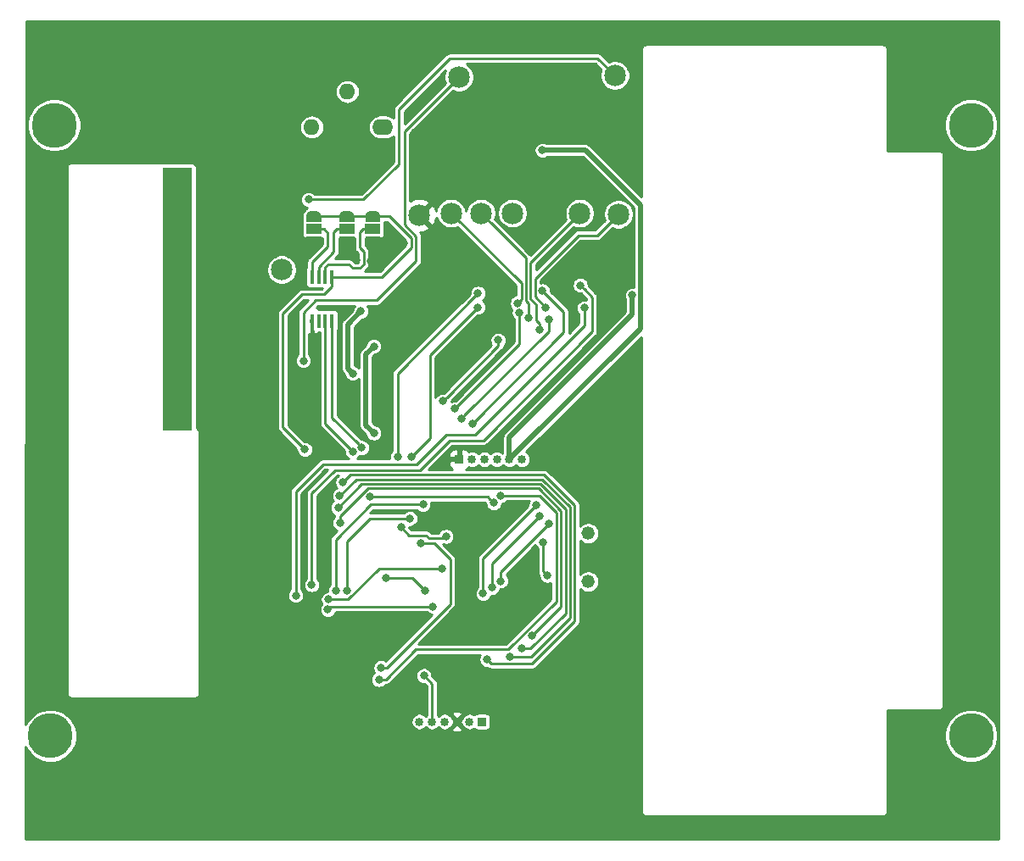
<source format=gbr>
G04 #@! TF.GenerationSoftware,KiCad,Pcbnew,(5.1.2)-2*
G04 #@! TF.CreationDate,2022-01-19T07:15:10-03:00*
G04 #@! TF.ProjectId,MAG_Plus,4d41475f-506c-4757-932e-6b696361645f,rev?*
G04 #@! TF.SameCoordinates,Original*
G04 #@! TF.FileFunction,Copper,L2,Bot*
G04 #@! TF.FilePolarity,Positive*
%FSLAX46Y46*%
G04 Gerber Fmt 4.6, Leading zero omitted, Abs format (unit mm)*
G04 Created by KiCad (PCBNEW (5.1.2)-2) date 2022-01-19 07:15:10*
%MOMM*%
%LPD*%
G04 APERTURE LIST*
%ADD10C,2.159000*%
%ADD11R,3.000000X26.300000*%
%ADD12C,4.500000*%
%ADD13C,1.320800*%
%ADD14R,0.850000X0.850000*%
%ADD15C,0.850000*%
%ADD16O,1.600000X1.600000*%
%ADD17O,2.100000X1.600000*%
%ADD18C,0.500000*%
%ADD19C,0.100000*%
%ADD20R,1.500000X1.000000*%
%ADD21R,0.450000X1.450000*%
%ADD22C,0.800000*%
%ADD23C,0.250000*%
%ADD24C,0.500000*%
%ADD25C,0.254000*%
G04 APERTURE END LIST*
D10*
X55600000Y-18000000D03*
D11*
X27480000Y-40170000D03*
D12*
X106700000Y-83810000D03*
X106700000Y-22810000D03*
X15200000Y-22800000D03*
X14810000Y-83820000D03*
D10*
X51650000Y-31800000D03*
X60950000Y-31600000D03*
X71150000Y-17850000D03*
X54800000Y-31600000D03*
X57800000Y-31600000D03*
X67650000Y-31600000D03*
X71500000Y-31700000D03*
X37900000Y-37250000D03*
D13*
X68500000Y-68413000D03*
X68500000Y-63587000D03*
D14*
X55630000Y-56190000D03*
D15*
X56880000Y-56190000D03*
X58130000Y-56190000D03*
X59380000Y-56190000D03*
X60630000Y-56190000D03*
X61880000Y-56190000D03*
X51650000Y-82400000D03*
X52900000Y-82400000D03*
X54150000Y-82400000D03*
X55400000Y-82400000D03*
X56650000Y-82400000D03*
D14*
X57900000Y-82400000D03*
D16*
X40900000Y-23000000D03*
X44450000Y-19450000D03*
D17*
X48000000Y-23000000D03*
D18*
X47000000Y-34500000D03*
D19*
G36*
X47750000Y-33950000D02*
G01*
X47750000Y-34500000D01*
X47749398Y-34500000D01*
X47749398Y-34524534D01*
X47744588Y-34573365D01*
X47735016Y-34621490D01*
X47720772Y-34668445D01*
X47701995Y-34713778D01*
X47678864Y-34757051D01*
X47651604Y-34797850D01*
X47620476Y-34835779D01*
X47585779Y-34870476D01*
X47547850Y-34901604D01*
X47507051Y-34928864D01*
X47463778Y-34951995D01*
X47418445Y-34970772D01*
X47371490Y-34985016D01*
X47323365Y-34994588D01*
X47274534Y-34999398D01*
X47250000Y-34999398D01*
X47250000Y-35000000D01*
X46750000Y-35000000D01*
X46750000Y-34999398D01*
X46725466Y-34999398D01*
X46676635Y-34994588D01*
X46628510Y-34985016D01*
X46581555Y-34970772D01*
X46536222Y-34951995D01*
X46492949Y-34928864D01*
X46452150Y-34901604D01*
X46414221Y-34870476D01*
X46379524Y-34835779D01*
X46348396Y-34797850D01*
X46321136Y-34757051D01*
X46298005Y-34713778D01*
X46279228Y-34668445D01*
X46264984Y-34621490D01*
X46255412Y-34573365D01*
X46250602Y-34524534D01*
X46250602Y-34500000D01*
X46250000Y-34500000D01*
X46250000Y-33950000D01*
X47750000Y-33950000D01*
X47750000Y-33950000D01*
G37*
D18*
X47000000Y-31900000D03*
D19*
G36*
X46250602Y-31900000D02*
G01*
X46250602Y-31875466D01*
X46255412Y-31826635D01*
X46264984Y-31778510D01*
X46279228Y-31731555D01*
X46298005Y-31686222D01*
X46321136Y-31642949D01*
X46348396Y-31602150D01*
X46379524Y-31564221D01*
X46414221Y-31529524D01*
X46452150Y-31498396D01*
X46492949Y-31471136D01*
X46536222Y-31448005D01*
X46581555Y-31429228D01*
X46628510Y-31414984D01*
X46676635Y-31405412D01*
X46725466Y-31400602D01*
X46750000Y-31400602D01*
X46750000Y-31400000D01*
X47250000Y-31400000D01*
X47250000Y-31400602D01*
X47274534Y-31400602D01*
X47323365Y-31405412D01*
X47371490Y-31414984D01*
X47418445Y-31429228D01*
X47463778Y-31448005D01*
X47507051Y-31471136D01*
X47547850Y-31498396D01*
X47585779Y-31529524D01*
X47620476Y-31564221D01*
X47651604Y-31602150D01*
X47678864Y-31642949D01*
X47701995Y-31686222D01*
X47720772Y-31731555D01*
X47735016Y-31778510D01*
X47744588Y-31826635D01*
X47749398Y-31875466D01*
X47749398Y-31900000D01*
X47750000Y-31900000D01*
X47750000Y-32450000D01*
X46250000Y-32450000D01*
X46250000Y-31900000D01*
X46250602Y-31900000D01*
X46250602Y-31900000D01*
G37*
D20*
X47000000Y-33200000D03*
X44400000Y-33200000D03*
D18*
X44400000Y-31900000D03*
D19*
G36*
X43650602Y-31900000D02*
G01*
X43650602Y-31875466D01*
X43655412Y-31826635D01*
X43664984Y-31778510D01*
X43679228Y-31731555D01*
X43698005Y-31686222D01*
X43721136Y-31642949D01*
X43748396Y-31602150D01*
X43779524Y-31564221D01*
X43814221Y-31529524D01*
X43852150Y-31498396D01*
X43892949Y-31471136D01*
X43936222Y-31448005D01*
X43981555Y-31429228D01*
X44028510Y-31414984D01*
X44076635Y-31405412D01*
X44125466Y-31400602D01*
X44150000Y-31400602D01*
X44150000Y-31400000D01*
X44650000Y-31400000D01*
X44650000Y-31400602D01*
X44674534Y-31400602D01*
X44723365Y-31405412D01*
X44771490Y-31414984D01*
X44818445Y-31429228D01*
X44863778Y-31448005D01*
X44907051Y-31471136D01*
X44947850Y-31498396D01*
X44985779Y-31529524D01*
X45020476Y-31564221D01*
X45051604Y-31602150D01*
X45078864Y-31642949D01*
X45101995Y-31686222D01*
X45120772Y-31731555D01*
X45135016Y-31778510D01*
X45144588Y-31826635D01*
X45149398Y-31875466D01*
X45149398Y-31900000D01*
X45150000Y-31900000D01*
X45150000Y-32450000D01*
X43650000Y-32450000D01*
X43650000Y-31900000D01*
X43650602Y-31900000D01*
X43650602Y-31900000D01*
G37*
D18*
X44400000Y-34500000D03*
D19*
G36*
X45150000Y-33950000D02*
G01*
X45150000Y-34500000D01*
X45149398Y-34500000D01*
X45149398Y-34524534D01*
X45144588Y-34573365D01*
X45135016Y-34621490D01*
X45120772Y-34668445D01*
X45101995Y-34713778D01*
X45078864Y-34757051D01*
X45051604Y-34797850D01*
X45020476Y-34835779D01*
X44985779Y-34870476D01*
X44947850Y-34901604D01*
X44907051Y-34928864D01*
X44863778Y-34951995D01*
X44818445Y-34970772D01*
X44771490Y-34985016D01*
X44723365Y-34994588D01*
X44674534Y-34999398D01*
X44650000Y-34999398D01*
X44650000Y-35000000D01*
X44150000Y-35000000D01*
X44150000Y-34999398D01*
X44125466Y-34999398D01*
X44076635Y-34994588D01*
X44028510Y-34985016D01*
X43981555Y-34970772D01*
X43936222Y-34951995D01*
X43892949Y-34928864D01*
X43852150Y-34901604D01*
X43814221Y-34870476D01*
X43779524Y-34835779D01*
X43748396Y-34797850D01*
X43721136Y-34757051D01*
X43698005Y-34713778D01*
X43679228Y-34668445D01*
X43664984Y-34621490D01*
X43655412Y-34573365D01*
X43650602Y-34524534D01*
X43650602Y-34500000D01*
X43650000Y-34500000D01*
X43650000Y-33950000D01*
X45150000Y-33950000D01*
X45150000Y-33950000D01*
G37*
D18*
X41100000Y-34500000D03*
D19*
G36*
X41850000Y-33950000D02*
G01*
X41850000Y-34500000D01*
X41849398Y-34500000D01*
X41849398Y-34524534D01*
X41844588Y-34573365D01*
X41835016Y-34621490D01*
X41820772Y-34668445D01*
X41801995Y-34713778D01*
X41778864Y-34757051D01*
X41751604Y-34797850D01*
X41720476Y-34835779D01*
X41685779Y-34870476D01*
X41647850Y-34901604D01*
X41607051Y-34928864D01*
X41563778Y-34951995D01*
X41518445Y-34970772D01*
X41471490Y-34985016D01*
X41423365Y-34994588D01*
X41374534Y-34999398D01*
X41350000Y-34999398D01*
X41350000Y-35000000D01*
X40850000Y-35000000D01*
X40850000Y-34999398D01*
X40825466Y-34999398D01*
X40776635Y-34994588D01*
X40728510Y-34985016D01*
X40681555Y-34970772D01*
X40636222Y-34951995D01*
X40592949Y-34928864D01*
X40552150Y-34901604D01*
X40514221Y-34870476D01*
X40479524Y-34835779D01*
X40448396Y-34797850D01*
X40421136Y-34757051D01*
X40398005Y-34713778D01*
X40379228Y-34668445D01*
X40364984Y-34621490D01*
X40355412Y-34573365D01*
X40350602Y-34524534D01*
X40350602Y-34500000D01*
X40350000Y-34500000D01*
X40350000Y-33950000D01*
X41850000Y-33950000D01*
X41850000Y-33950000D01*
G37*
D18*
X41100000Y-31900000D03*
D19*
G36*
X40350602Y-31900000D02*
G01*
X40350602Y-31875466D01*
X40355412Y-31826635D01*
X40364984Y-31778510D01*
X40379228Y-31731555D01*
X40398005Y-31686222D01*
X40421136Y-31642949D01*
X40448396Y-31602150D01*
X40479524Y-31564221D01*
X40514221Y-31529524D01*
X40552150Y-31498396D01*
X40592949Y-31471136D01*
X40636222Y-31448005D01*
X40681555Y-31429228D01*
X40728510Y-31414984D01*
X40776635Y-31405412D01*
X40825466Y-31400602D01*
X40850000Y-31400602D01*
X40850000Y-31400000D01*
X41350000Y-31400000D01*
X41350000Y-31400602D01*
X41374534Y-31400602D01*
X41423365Y-31405412D01*
X41471490Y-31414984D01*
X41518445Y-31429228D01*
X41563778Y-31448005D01*
X41607051Y-31471136D01*
X41647850Y-31498396D01*
X41685779Y-31529524D01*
X41720476Y-31564221D01*
X41751604Y-31602150D01*
X41778864Y-31642949D01*
X41801995Y-31686222D01*
X41820772Y-31731555D01*
X41835016Y-31778510D01*
X41844588Y-31826635D01*
X41849398Y-31875466D01*
X41849398Y-31900000D01*
X41850000Y-31900000D01*
X41850000Y-32450000D01*
X40350000Y-32450000D01*
X40350000Y-31900000D01*
X40350602Y-31900000D01*
X40350602Y-31900000D01*
G37*
D20*
X41100000Y-33200000D03*
D21*
X42895000Y-37950000D03*
X42245000Y-37950000D03*
X41595000Y-37950000D03*
X40945000Y-37950000D03*
X40945000Y-42350000D03*
X41595000Y-42350000D03*
X42245000Y-42350000D03*
X42895000Y-42350000D03*
D22*
X59500000Y-44290000D03*
X56930000Y-52600000D03*
X55820000Y-52130000D03*
X55160000Y-51150000D03*
X53990000Y-50390000D03*
X64553177Y-42205983D03*
X61626430Y-41559702D03*
X63905043Y-39350002D03*
X40580000Y-30240000D03*
X40060000Y-46330000D03*
X61445118Y-40576264D03*
X63604990Y-43220000D03*
X62518704Y-42011222D03*
X64270000Y-41040000D03*
X53060000Y-25030000D03*
X51190000Y-23520000D03*
X56500000Y-67500000D03*
X64500000Y-57000000D03*
X45349976Y-36328087D03*
X46800010Y-36400000D03*
X50124979Y-34600000D03*
X67625010Y-56000000D03*
X62400000Y-25500000D03*
X64325000Y-38175000D03*
X72687340Y-37187340D03*
X63600000Y-13900000D03*
X51000000Y-21100000D03*
X51300000Y-39300000D03*
X36200000Y-57500000D03*
X36000000Y-84900000D03*
X69300000Y-81900000D03*
X51690000Y-43300000D03*
X47600000Y-78200000D03*
X59770000Y-59825032D03*
X44387347Y-69287347D03*
X50700000Y-62100000D03*
X43300000Y-69300000D03*
X52000000Y-60700000D03*
X53000000Y-70900006D03*
X42500000Y-71200002D03*
X53899998Y-67100000D03*
X42573371Y-70200343D03*
X47800000Y-77000000D03*
X51787500Y-64612500D03*
X49800000Y-63000000D03*
X54300000Y-63900000D03*
X48300000Y-68075080D03*
X52212656Y-69312664D03*
X43996171Y-58496171D03*
X58400000Y-76200000D03*
X43683824Y-59833823D03*
X60717799Y-75891512D03*
X43531477Y-61011476D03*
X61830000Y-75110000D03*
X62890000Y-73840000D03*
X43705021Y-62531972D03*
X46670000Y-59960000D03*
X59073465Y-60550042D03*
X52100000Y-77800000D03*
X45800000Y-41400000D03*
X45000000Y-47600000D03*
X40200000Y-55200000D03*
X64000000Y-64500000D03*
X64400000Y-67799998D03*
X57500000Y-39600000D03*
X49487347Y-55925032D03*
X57500000Y-41000000D03*
X50890000Y-55925032D03*
X39300000Y-69800000D03*
X68110000Y-41060000D03*
X40900000Y-68725000D03*
X67700000Y-38800000D03*
X44976909Y-55409621D03*
X45900000Y-55025010D03*
X59758726Y-68348573D03*
X64600000Y-62600000D03*
X58900000Y-69000000D03*
X63600000Y-61900000D03*
X58000000Y-69600000D03*
X63300006Y-60799994D03*
X47100000Y-53575000D03*
X47100000Y-44900000D03*
X72900000Y-39800000D03*
X63911890Y-25311890D03*
D23*
X59500000Y-44880000D02*
X54389999Y-49990001D01*
X54389999Y-49990001D02*
X53990000Y-50390000D01*
X59500000Y-44290000D02*
X59500000Y-44880000D01*
X56219999Y-51730001D02*
X55820000Y-52130000D01*
X64553177Y-42205983D02*
X64553177Y-43396823D01*
X64553177Y-43396823D02*
X56219999Y-51730001D01*
X61640000Y-41573272D02*
X61626430Y-41559702D01*
X61640000Y-44680000D02*
X61640000Y-41573272D01*
X55160000Y-51150000D02*
X55170000Y-51150000D01*
X55170000Y-51150000D02*
X61640000Y-44680000D01*
X64305042Y-39750001D02*
X63905043Y-39350002D01*
X66030000Y-41474959D02*
X64305042Y-39750001D01*
X56930000Y-52600000D02*
X66030000Y-43500000D01*
X66030000Y-43500000D02*
X66030000Y-41474959D01*
X69430000Y-16130000D02*
X71150000Y-17850000D01*
X54690000Y-16130000D02*
X69430000Y-16130000D01*
X49590000Y-21230000D02*
X54690000Y-16130000D01*
X49590000Y-26710000D02*
X49590000Y-21230000D01*
X40580000Y-30240000D02*
X46060000Y-30240000D01*
X46060000Y-30240000D02*
X49590000Y-26710000D01*
X50175012Y-23424988D02*
X55600000Y-18000000D01*
X50175012Y-32775012D02*
X50175012Y-23424988D01*
X40060000Y-41540000D02*
X41300000Y-40300000D01*
X40060000Y-46330000D02*
X40060000Y-41540000D01*
X41300000Y-40300000D02*
X47400000Y-40300000D01*
X47400000Y-40300000D02*
X51300000Y-36400000D01*
X51300000Y-36400000D02*
X51300000Y-33900000D01*
X51300000Y-33900000D02*
X50175012Y-32775012D01*
X54820000Y-31600000D02*
X54800000Y-31600000D01*
X61830000Y-38610000D02*
X54820000Y-31600000D01*
X61445118Y-40576264D02*
X61830000Y-40191382D01*
X61830000Y-40191382D02*
X61830000Y-38610000D01*
X67650000Y-31600000D02*
X62730022Y-36519978D01*
X62730022Y-36519978D02*
X62730022Y-40199436D01*
X63259989Y-42309314D02*
X63604990Y-42654315D01*
X62730022Y-40199436D02*
X63259989Y-40729404D01*
X63259989Y-40729404D02*
X63259989Y-42309314D01*
X63604990Y-42654315D02*
X63604990Y-43220000D01*
X62280011Y-40385837D02*
X62280011Y-36080011D01*
X62280011Y-36080011D02*
X58879499Y-32679499D01*
X58879499Y-32679499D02*
X57800000Y-31600000D01*
X62518704Y-42011222D02*
X62518704Y-40624530D01*
X62518704Y-40624530D02*
X62280011Y-40385837D01*
X69400000Y-33800000D02*
X71500000Y-31700000D01*
X67500000Y-33800000D02*
X69400000Y-33800000D01*
X63180033Y-38119967D02*
X67500000Y-33800000D01*
X64270000Y-41040000D02*
X63180033Y-39950033D01*
X63180033Y-39950033D02*
X63180033Y-38119967D01*
X47000000Y-36200010D02*
X46800010Y-36400000D01*
X47000000Y-34500000D02*
X47000000Y-36200010D01*
X45128087Y-36328087D02*
X45349976Y-36328087D01*
X44500000Y-35700000D02*
X45128087Y-36328087D01*
X44400000Y-34500000D02*
X44500000Y-34600000D01*
X44500000Y-34600000D02*
X44500000Y-35700000D01*
X48324979Y-36400000D02*
X49724980Y-34999999D01*
X49724980Y-34999999D02*
X50124979Y-34600000D01*
X46800010Y-36400000D02*
X48324979Y-36400000D01*
X65325001Y-70374999D02*
X65325001Y-61525001D01*
X60500000Y-75200000D02*
X65325001Y-70374999D01*
X51300000Y-75200000D02*
X60500000Y-75200000D01*
X48300000Y-78200000D02*
X51300000Y-75200000D01*
X47600000Y-78200000D02*
X48300000Y-78200000D01*
X63625032Y-59825032D02*
X60335685Y-59825032D01*
X65325001Y-61525001D02*
X63625032Y-59825032D01*
X60335685Y-59825032D02*
X59770000Y-59825032D01*
X44387347Y-69287347D02*
X44387347Y-64412653D01*
X44387347Y-64412653D02*
X46700000Y-62100000D01*
X46700000Y-62100000D02*
X50700000Y-62100000D01*
X43300000Y-64200000D02*
X46800000Y-60700000D01*
X43300000Y-69300000D02*
X43300000Y-64200000D01*
X51434315Y-60700000D02*
X52000000Y-60700000D01*
X46800000Y-60700000D02*
X51434315Y-60700000D01*
X53000000Y-70900006D02*
X42799996Y-70900006D01*
X42799996Y-70900006D02*
X42500000Y-71200002D01*
X53899998Y-67100000D02*
X47600000Y-67100000D01*
X47600000Y-67100000D02*
X44499657Y-70200343D01*
X43139056Y-70200343D02*
X42573371Y-70200343D01*
X44499657Y-70200343D02*
X43139056Y-70200343D01*
X47800000Y-77000000D02*
X48365685Y-77000000D01*
X53149001Y-64612500D02*
X52353185Y-64612500D01*
X48365685Y-77000000D02*
X54725001Y-70640684D01*
X54725001Y-66188500D02*
X53149001Y-64612500D01*
X54725001Y-70640684D02*
X54725001Y-66188500D01*
X52353185Y-64612500D02*
X51787500Y-64612500D01*
X54100000Y-64100000D02*
X54300000Y-63900000D01*
X52600000Y-64100000D02*
X54100000Y-64100000D01*
X52300000Y-63800000D02*
X52600000Y-64100000D01*
X49800000Y-63000000D02*
X50600000Y-63800000D01*
X50600000Y-63800000D02*
X52300000Y-63800000D01*
X48300000Y-68075080D02*
X50975072Y-68075080D01*
X50975072Y-68075080D02*
X51812657Y-68912665D01*
X51812657Y-68912665D02*
X52212656Y-69312664D01*
X43996171Y-58496171D02*
X44742353Y-57749989D01*
X67125045Y-60779402D02*
X67125045Y-72374955D01*
X44742353Y-57749989D02*
X64095632Y-57749989D01*
X58799999Y-76599999D02*
X58400000Y-76200000D01*
X64095632Y-57749989D02*
X67125045Y-60779402D01*
X58816513Y-76616513D02*
X58799999Y-76599999D01*
X67125045Y-72374955D02*
X62883487Y-76616513D01*
X62883487Y-76616513D02*
X58816513Y-76616513D01*
X66675034Y-72024966D02*
X62808488Y-75891512D01*
X66675034Y-60965802D02*
X66675034Y-72024966D01*
X63909232Y-58200000D02*
X66675034Y-60965802D01*
X45317647Y-58200000D02*
X63909232Y-58200000D01*
X61283484Y-75891512D02*
X60717799Y-75891512D01*
X62808488Y-75891512D02*
X61283484Y-75891512D01*
X43683824Y-59833823D02*
X45317647Y-58200000D01*
X45892942Y-58650011D02*
X63722832Y-58650011D01*
X62693002Y-75110000D02*
X62395685Y-75110000D01*
X66225023Y-71577979D02*
X62693002Y-75110000D01*
X63722832Y-58650011D02*
X66225023Y-61152202D01*
X66225023Y-61152202D02*
X66225023Y-71577979D01*
X43531477Y-61011476D02*
X45892942Y-58650011D01*
X62395685Y-75110000D02*
X61830000Y-75110000D01*
X65775012Y-61338602D02*
X63536432Y-59100022D01*
X63536432Y-59100022D02*
X46501286Y-59100022D01*
X43705021Y-61896287D02*
X43705021Y-61966287D01*
X46501286Y-59100022D02*
X43705021Y-61896287D01*
X43705021Y-61966287D02*
X43705021Y-62531972D01*
X65775012Y-70954988D02*
X65775012Y-61338602D01*
X62890000Y-73840000D02*
X65775012Y-70954988D01*
X58483423Y-59960000D02*
X58673466Y-60150043D01*
X58673466Y-60150043D02*
X59073465Y-60550042D01*
X46670000Y-59960000D02*
X58483423Y-59960000D01*
X52900000Y-82400000D02*
X52900000Y-78600000D01*
X52900000Y-78600000D02*
X52100000Y-77800000D01*
D24*
X45800000Y-41400000D02*
X44500000Y-42700000D01*
X44500000Y-42700000D02*
X44500000Y-47100000D01*
X44500000Y-47100000D02*
X45000000Y-47600000D01*
D23*
X41947592Y-31900000D02*
X44400000Y-31900000D01*
X41100000Y-31900000D02*
X41947592Y-31900000D01*
X45247592Y-31900000D02*
X47000000Y-31900000D01*
X44400000Y-31900000D02*
X45247592Y-31900000D01*
X47000000Y-31900000D02*
X48663590Y-31900000D01*
X50849989Y-34086399D02*
X50849989Y-35023013D01*
X47923002Y-37950000D02*
X43370000Y-37950000D01*
X48663590Y-31900000D02*
X50849989Y-34086399D01*
X43370000Y-37950000D02*
X42895000Y-37950000D01*
X50849989Y-35023013D02*
X47923002Y-37950000D01*
X42895000Y-38925000D02*
X42895000Y-37950000D01*
X42120000Y-39700000D02*
X42895000Y-38925000D01*
X39900000Y-39700000D02*
X42120000Y-39700000D01*
X38000000Y-41600000D02*
X39900000Y-39700000D01*
X40200000Y-55200000D02*
X38000000Y-53000000D01*
X38000000Y-53000000D02*
X38000000Y-41600000D01*
X64000001Y-67399999D02*
X64400000Y-67799998D01*
X64000000Y-64500000D02*
X64000001Y-67399999D01*
X57500000Y-39600000D02*
X49487347Y-47612653D01*
X49487347Y-47612653D02*
X49487347Y-55359347D01*
X49487347Y-55359347D02*
X49487347Y-55925032D01*
X52700000Y-45800000D02*
X57500000Y-41000000D01*
X52700000Y-52400000D02*
X52700000Y-52200000D01*
X52700000Y-52200000D02*
X52700000Y-45800000D01*
X52700000Y-52200000D02*
X52700000Y-54115032D01*
X51289999Y-55525033D02*
X50890000Y-55925032D01*
X52700000Y-54115032D02*
X51289999Y-55525033D01*
X68110000Y-41625685D02*
X68110000Y-41060000D01*
X68110000Y-42790000D02*
X68110000Y-41625685D01*
X39300000Y-59400000D02*
X42030000Y-56670000D01*
X42030000Y-56670000D02*
X51360000Y-56670000D01*
X51360000Y-56670000D02*
X54300000Y-53730000D01*
X39300000Y-69800000D02*
X39300000Y-59400000D01*
X54300000Y-53730000D02*
X57170000Y-53730000D01*
X57170000Y-53730000D02*
X68110000Y-42790000D01*
X68099999Y-39199999D02*
X67700000Y-38800000D01*
X68885002Y-39985002D02*
X68099999Y-39199999D01*
X68885002Y-43444998D02*
X68885002Y-39985002D01*
X40900000Y-59600000D02*
X43240000Y-57260000D01*
X40900000Y-68725000D02*
X40900000Y-59600000D01*
X43240000Y-57260000D02*
X51740000Y-57260000D01*
X51740000Y-57260000D02*
X54700000Y-54300000D01*
X54700000Y-54300000D02*
X58030000Y-54300000D01*
X58030000Y-54300000D02*
X68885002Y-43444998D01*
X42245000Y-42350000D02*
X42245000Y-52677712D01*
X44576910Y-55009622D02*
X44976909Y-55409621D01*
X42245000Y-52677712D02*
X44576910Y-55009622D01*
X42895000Y-52020010D02*
X45500001Y-54625011D01*
X45500001Y-54625011D02*
X45900000Y-55025010D01*
X42895000Y-42350000D02*
X42895000Y-52020010D01*
X59758726Y-68348573D02*
X59758726Y-67441274D01*
X64200001Y-62999999D02*
X64600000Y-62600000D01*
X59758726Y-67441274D02*
X64200001Y-62999999D01*
X58900000Y-69000000D02*
X58900000Y-66600000D01*
X63200001Y-62299999D02*
X63600000Y-61900000D01*
X58900000Y-66600000D02*
X63200001Y-62299999D01*
X58000000Y-69600000D02*
X58000000Y-66100000D01*
X62900007Y-61199993D02*
X63300006Y-60799994D01*
X58000000Y-66100000D02*
X62900007Y-61199993D01*
D24*
X46300000Y-45700000D02*
X47100000Y-44900000D01*
X47100000Y-53575000D02*
X46300000Y-52775000D01*
X46300000Y-52775000D02*
X46300000Y-45700000D01*
X72900000Y-40365685D02*
X72900000Y-39800000D01*
X72900000Y-41700000D02*
X72900000Y-40365685D01*
X60630000Y-56190000D02*
X60630000Y-53970000D01*
X60630000Y-53970000D02*
X72900000Y-41700000D01*
X64477575Y-25311890D02*
X63911890Y-25311890D01*
X68211890Y-25311890D02*
X64477575Y-25311890D01*
X73700000Y-30800000D02*
X68211890Y-25311890D01*
X60630000Y-56190000D02*
X73700000Y-43120000D01*
X73700000Y-43120000D02*
X73700000Y-30800000D01*
D23*
X45700000Y-33500000D02*
X46000000Y-33200000D01*
X42520000Y-36700000D02*
X44600000Y-36700000D01*
X42245000Y-36975000D02*
X42520000Y-36700000D01*
X45000000Y-37100000D02*
X45722990Y-37100000D01*
X46074986Y-36748002D02*
X46074986Y-35411398D01*
X42245000Y-37950000D02*
X42245000Y-36975000D01*
X45722990Y-37100000D02*
X46074986Y-36748002D01*
X44600000Y-36700000D02*
X45000000Y-37100000D01*
X45700000Y-35036412D02*
X45700000Y-33500000D01*
X46074986Y-35411398D02*
X45700000Y-35036412D01*
X46000000Y-33200000D02*
X47000000Y-33200000D01*
X41595000Y-36975000D02*
X43100000Y-35470000D01*
X41595000Y-37950000D02*
X41595000Y-36975000D01*
X43400000Y-33200000D02*
X44400000Y-33200000D01*
X43100000Y-33500000D02*
X43400000Y-33200000D01*
X43100000Y-35470000D02*
X43100000Y-33500000D01*
X40945000Y-37950000D02*
X40945000Y-36455000D01*
X40945000Y-36455000D02*
X42500000Y-34900000D01*
X42100000Y-33200000D02*
X41100000Y-33200000D01*
X42500000Y-33600000D02*
X42100000Y-33200000D01*
X42500000Y-34900000D02*
X42500000Y-33600000D01*
D25*
G36*
X109448000Y-94148000D02*
G01*
X12352547Y-94148000D01*
X12363731Y-84909524D01*
X12437673Y-85088035D01*
X12730638Y-85526488D01*
X13103512Y-85899362D01*
X13541965Y-86192327D01*
X14029148Y-86394125D01*
X14546338Y-86497000D01*
X15073662Y-86497000D01*
X15590852Y-86394125D01*
X16078035Y-86192327D01*
X16516488Y-85899362D01*
X16889362Y-85526488D01*
X17182327Y-85088035D01*
X17384125Y-84600852D01*
X17487000Y-84083662D01*
X17487000Y-83556338D01*
X17384125Y-83039148D01*
X17182327Y-82551965D01*
X17024717Y-82316085D01*
X50798000Y-82316085D01*
X50798000Y-82483915D01*
X50830742Y-82648519D01*
X50894968Y-82803573D01*
X50988209Y-82943118D01*
X51106882Y-83061791D01*
X51246427Y-83155032D01*
X51401481Y-83219258D01*
X51566085Y-83252000D01*
X51733915Y-83252000D01*
X51898519Y-83219258D01*
X52053573Y-83155032D01*
X52193118Y-83061791D01*
X52275000Y-82979909D01*
X52356882Y-83061791D01*
X52496427Y-83155032D01*
X52651481Y-83219258D01*
X52816085Y-83252000D01*
X52983915Y-83252000D01*
X53148519Y-83219258D01*
X53303573Y-83155032D01*
X53443118Y-83061791D01*
X53525000Y-82979909D01*
X53606882Y-83061791D01*
X53746427Y-83155032D01*
X53901481Y-83219258D01*
X54066085Y-83252000D01*
X54233915Y-83252000D01*
X54398519Y-83219258D01*
X54553573Y-83155032D01*
X54599437Y-83124386D01*
X54855219Y-83124386D01*
X54881144Y-83330210D01*
X55072588Y-83413560D01*
X55276616Y-83457959D01*
X55485384Y-83461702D01*
X55690870Y-83424644D01*
X55885179Y-83348210D01*
X55918856Y-83330210D01*
X55944781Y-83124386D01*
X55400000Y-82579605D01*
X54855219Y-83124386D01*
X54599437Y-83124386D01*
X54693118Y-83061791D01*
X54811791Y-82943118D01*
X54905032Y-82803573D01*
X54967407Y-82652988D01*
X55220395Y-82400000D01*
X55579605Y-82400000D01*
X55832593Y-82652988D01*
X55894968Y-82803573D01*
X55988209Y-82943118D01*
X56106882Y-83061791D01*
X56246427Y-83155032D01*
X56401481Y-83219258D01*
X56566085Y-83252000D01*
X56733915Y-83252000D01*
X56898519Y-83219258D01*
X57053573Y-83155032D01*
X57143922Y-83094663D01*
X57171605Y-83128395D01*
X57236624Y-83181755D01*
X57310804Y-83221405D01*
X57391293Y-83245822D01*
X57475000Y-83254066D01*
X58325000Y-83254066D01*
X58408707Y-83245822D01*
X58489196Y-83221405D01*
X58563376Y-83181755D01*
X58628395Y-83128395D01*
X58681755Y-83063376D01*
X58721405Y-82989196D01*
X58745822Y-82908707D01*
X58754066Y-82825000D01*
X58754066Y-81975000D01*
X58745822Y-81891293D01*
X58721405Y-81810804D01*
X58681755Y-81736624D01*
X58628395Y-81671605D01*
X58563376Y-81618245D01*
X58489196Y-81578595D01*
X58408707Y-81554178D01*
X58325000Y-81545934D01*
X57475000Y-81545934D01*
X57391293Y-81554178D01*
X57310804Y-81578595D01*
X57236624Y-81618245D01*
X57171605Y-81671605D01*
X57143922Y-81705337D01*
X57053573Y-81644968D01*
X56898519Y-81580742D01*
X56733915Y-81548000D01*
X56566085Y-81548000D01*
X56401481Y-81580742D01*
X56246427Y-81644968D01*
X56106882Y-81738209D01*
X55988209Y-81856882D01*
X55894968Y-81996427D01*
X55832593Y-82147012D01*
X55579605Y-82400000D01*
X55220395Y-82400000D01*
X54967407Y-82147012D01*
X54905032Y-81996427D01*
X54811791Y-81856882D01*
X54693118Y-81738209D01*
X54599438Y-81675614D01*
X54855219Y-81675614D01*
X55400000Y-82220395D01*
X55944781Y-81675614D01*
X55918856Y-81469790D01*
X55727412Y-81386440D01*
X55523384Y-81342041D01*
X55314616Y-81338298D01*
X55109130Y-81375356D01*
X54914821Y-81451790D01*
X54881144Y-81469790D01*
X54855219Y-81675614D01*
X54599438Y-81675614D01*
X54553573Y-81644968D01*
X54398519Y-81580742D01*
X54233915Y-81548000D01*
X54066085Y-81548000D01*
X53901481Y-81580742D01*
X53746427Y-81644968D01*
X53606882Y-81738209D01*
X53525000Y-81820091D01*
X53452000Y-81747091D01*
X53452000Y-78627108D01*
X53454670Y-78600000D01*
X53444012Y-78491789D01*
X53412448Y-78387737D01*
X53361191Y-78291842D01*
X53309492Y-78228846D01*
X53309491Y-78228845D01*
X53292211Y-78207789D01*
X53271154Y-78190508D01*
X52927000Y-77846355D01*
X52927000Y-77718548D01*
X52895218Y-77558773D01*
X52832877Y-77408269D01*
X52742372Y-77272819D01*
X52627181Y-77157628D01*
X52491731Y-77067123D01*
X52341227Y-77004782D01*
X52181452Y-76973000D01*
X52018548Y-76973000D01*
X51858773Y-77004782D01*
X51708269Y-77067123D01*
X51572819Y-77157628D01*
X51457628Y-77272819D01*
X51367123Y-77408269D01*
X51304782Y-77558773D01*
X51273000Y-77718548D01*
X51273000Y-77881452D01*
X51304782Y-78041227D01*
X51367123Y-78191731D01*
X51457628Y-78327181D01*
X51572819Y-78442372D01*
X51708269Y-78532877D01*
X51858773Y-78595218D01*
X52018548Y-78627000D01*
X52146355Y-78627000D01*
X52348001Y-78828647D01*
X52348000Y-81747091D01*
X52275000Y-81820091D01*
X52193118Y-81738209D01*
X52053573Y-81644968D01*
X51898519Y-81580742D01*
X51733915Y-81548000D01*
X51566085Y-81548000D01*
X51401481Y-81580742D01*
X51246427Y-81644968D01*
X51106882Y-81738209D01*
X50988209Y-81856882D01*
X50894968Y-81996427D01*
X50830742Y-82151481D01*
X50798000Y-82316085D01*
X17024717Y-82316085D01*
X16889362Y-82113512D01*
X16516488Y-81740638D01*
X16078035Y-81447673D01*
X15590852Y-81245875D01*
X15073662Y-81143000D01*
X14546338Y-81143000D01*
X14029148Y-81245875D01*
X13541965Y-81447673D01*
X13103512Y-81740638D01*
X12730638Y-82113512D01*
X12437673Y-82551965D01*
X12366377Y-82724088D01*
X12433840Y-27000000D01*
X16445813Y-27000000D01*
X16448000Y-27022205D01*
X16448001Y-79577785D01*
X16445813Y-79600000D01*
X16454540Y-79688607D01*
X16480386Y-79773810D01*
X16522357Y-79852333D01*
X16578841Y-79921159D01*
X16647667Y-79977643D01*
X16726190Y-80019614D01*
X16811393Y-80045460D01*
X16877795Y-80052000D01*
X16900000Y-80054187D01*
X16922205Y-80052000D01*
X29237795Y-80052000D01*
X29260000Y-80054187D01*
X29282205Y-80052000D01*
X29348607Y-80045460D01*
X29433810Y-80019614D01*
X29512333Y-79977643D01*
X29581159Y-79921159D01*
X29637643Y-79852333D01*
X29679614Y-79773810D01*
X29705460Y-79688607D01*
X29714187Y-79600000D01*
X29712000Y-79577795D01*
X29712000Y-64929781D01*
X29721980Y-53543075D01*
X29724185Y-53521343D01*
X29722019Y-53498660D01*
X29722019Y-53498192D01*
X29719922Y-53476713D01*
X29715720Y-53432712D01*
X29715583Y-53432256D01*
X29715537Y-53431784D01*
X29702797Y-53389653D01*
X29690126Y-53347433D01*
X29689904Y-53347014D01*
X29689766Y-53346559D01*
X29669065Y-53307747D01*
X29648388Y-53268786D01*
X29648087Y-53268417D01*
X29647864Y-53267999D01*
X29619942Y-53233915D01*
X29592107Y-53199793D01*
X29591742Y-53199492D01*
X29591440Y-53199123D01*
X29557431Y-53171163D01*
X29523449Y-53143106D01*
X29523029Y-53142880D01*
X29522663Y-53142579D01*
X29483805Y-53121765D01*
X29445050Y-53100903D01*
X29444598Y-53100764D01*
X29444177Y-53100539D01*
X29409066Y-53089855D01*
X29409066Y-41600000D01*
X37445330Y-41600000D01*
X37448001Y-41627116D01*
X37448000Y-52972894D01*
X37445330Y-53000000D01*
X37448000Y-53027106D01*
X37448000Y-53027108D01*
X37455988Y-53108210D01*
X37487552Y-53212262D01*
X37538809Y-53308158D01*
X37607789Y-53392211D01*
X37628856Y-53409500D01*
X39373000Y-55153646D01*
X39373000Y-55281452D01*
X39404782Y-55441227D01*
X39467123Y-55591731D01*
X39557628Y-55727181D01*
X39672819Y-55842372D01*
X39808269Y-55932877D01*
X39958773Y-55995218D01*
X40118548Y-56027000D01*
X40281452Y-56027000D01*
X40441227Y-55995218D01*
X40591731Y-55932877D01*
X40727181Y-55842372D01*
X40842372Y-55727181D01*
X40932877Y-55591731D01*
X40995218Y-55441227D01*
X41027000Y-55281452D01*
X41027000Y-55118548D01*
X40995218Y-54958773D01*
X40932877Y-54808269D01*
X40842372Y-54672819D01*
X40727181Y-54557628D01*
X40591731Y-54467123D01*
X40441227Y-54404782D01*
X40281452Y-54373000D01*
X40153646Y-54373000D01*
X38552000Y-52771356D01*
X38552000Y-41828644D01*
X40128646Y-40252000D01*
X40567355Y-40252000D01*
X39688852Y-41130504D01*
X39667790Y-41147789D01*
X39623203Y-41202119D01*
X39598809Y-41231843D01*
X39547552Y-41327738D01*
X39515989Y-41431790D01*
X39505330Y-41540000D01*
X39508001Y-41567116D01*
X39508000Y-45712447D01*
X39417628Y-45802819D01*
X39327123Y-45938269D01*
X39264782Y-46088773D01*
X39233000Y-46248548D01*
X39233000Y-46411452D01*
X39264782Y-46571227D01*
X39327123Y-46721731D01*
X39417628Y-46857181D01*
X39532819Y-46972372D01*
X39668269Y-47062877D01*
X39818773Y-47125218D01*
X39978548Y-47157000D01*
X40141452Y-47157000D01*
X40301227Y-47125218D01*
X40451731Y-47062877D01*
X40587181Y-46972372D01*
X40702372Y-46857181D01*
X40792877Y-46721731D01*
X40855218Y-46571227D01*
X40887000Y-46411452D01*
X40887000Y-46248548D01*
X40855218Y-46088773D01*
X40792877Y-45938269D01*
X40702372Y-45802819D01*
X40612000Y-45712447D01*
X40612000Y-43701680D01*
X40688250Y-43710000D01*
X40847000Y-43551250D01*
X40847000Y-42477000D01*
X40798000Y-42477000D01*
X40798000Y-42223000D01*
X40847000Y-42223000D01*
X40847000Y-42203000D01*
X40940934Y-42203000D01*
X40940934Y-43075000D01*
X40949178Y-43158707D01*
X40973595Y-43239196D01*
X41013245Y-43313376D01*
X41043000Y-43349632D01*
X41043000Y-43551250D01*
X41201750Y-43710000D01*
X41303996Y-43698844D01*
X41423127Y-43660715D01*
X41532531Y-43600078D01*
X41628003Y-43519263D01*
X41640092Y-43504066D01*
X41693000Y-43504066D01*
X41693001Y-52650596D01*
X41690330Y-52677712D01*
X41693752Y-52712448D01*
X41700989Y-52785923D01*
X41708979Y-52812262D01*
X41732552Y-52889974D01*
X41783809Y-52985869D01*
X41783810Y-52985870D01*
X41852790Y-53069923D01*
X41873852Y-53087208D01*
X44149909Y-55363267D01*
X44149909Y-55491073D01*
X44181691Y-55650848D01*
X44244032Y-55801352D01*
X44334537Y-55936802D01*
X44449728Y-56051993D01*
X44548514Y-56118000D01*
X42057105Y-56118000D01*
X42029999Y-56115330D01*
X42002893Y-56118000D01*
X42002891Y-56118000D01*
X41921789Y-56125988D01*
X41817737Y-56157552D01*
X41721842Y-56208809D01*
X41637789Y-56277789D01*
X41620508Y-56298846D01*
X38928852Y-58990504D01*
X38907790Y-59007789D01*
X38849060Y-59079352D01*
X38838809Y-59091843D01*
X38787552Y-59187738D01*
X38775605Y-59227123D01*
X38756111Y-59291389D01*
X38755989Y-59291790D01*
X38745330Y-59400000D01*
X38748001Y-59427116D01*
X38748000Y-69182447D01*
X38657628Y-69272819D01*
X38567123Y-69408269D01*
X38504782Y-69558773D01*
X38473000Y-69718548D01*
X38473000Y-69881452D01*
X38504782Y-70041227D01*
X38567123Y-70191731D01*
X38657628Y-70327181D01*
X38772819Y-70442372D01*
X38908269Y-70532877D01*
X39058773Y-70595218D01*
X39218548Y-70627000D01*
X39381452Y-70627000D01*
X39541227Y-70595218D01*
X39691731Y-70532877D01*
X39827181Y-70442372D01*
X39942372Y-70327181D01*
X40032877Y-70191731D01*
X40095218Y-70041227D01*
X40127000Y-69881452D01*
X40127000Y-69718548D01*
X40095218Y-69558773D01*
X40032877Y-69408269D01*
X39942372Y-69272819D01*
X39852000Y-69182447D01*
X39852000Y-59628644D01*
X42258646Y-57222000D01*
X42497354Y-57222000D01*
X40528852Y-59190504D01*
X40507790Y-59207789D01*
X40456438Y-59270362D01*
X40438809Y-59291843D01*
X40387552Y-59387738D01*
X40355989Y-59491790D01*
X40345330Y-59600000D01*
X40348001Y-59627116D01*
X40348000Y-68107447D01*
X40257628Y-68197819D01*
X40167123Y-68333269D01*
X40104782Y-68483773D01*
X40073000Y-68643548D01*
X40073000Y-68806452D01*
X40104782Y-68966227D01*
X40167123Y-69116731D01*
X40257628Y-69252181D01*
X40372819Y-69367372D01*
X40508269Y-69457877D01*
X40658773Y-69520218D01*
X40818548Y-69552000D01*
X40981452Y-69552000D01*
X41141227Y-69520218D01*
X41291731Y-69457877D01*
X41427181Y-69367372D01*
X41542372Y-69252181D01*
X41632877Y-69116731D01*
X41695218Y-68966227D01*
X41727000Y-68806452D01*
X41727000Y-68643548D01*
X41695218Y-68483773D01*
X41632877Y-68333269D01*
X41542372Y-68197819D01*
X41452000Y-68107447D01*
X41452000Y-59828644D01*
X43468646Y-57812000D01*
X43531546Y-57812000D01*
X43468990Y-57853799D01*
X43353799Y-57968990D01*
X43263294Y-58104440D01*
X43200953Y-58254944D01*
X43169171Y-58414719D01*
X43169171Y-58577623D01*
X43200953Y-58737398D01*
X43263294Y-58887902D01*
X43353799Y-59023352D01*
X43390593Y-59060146D01*
X43292093Y-59100946D01*
X43156643Y-59191451D01*
X43041452Y-59306642D01*
X42950947Y-59442092D01*
X42888606Y-59592596D01*
X42856824Y-59752371D01*
X42856824Y-59915275D01*
X42888606Y-60075050D01*
X42950947Y-60225554D01*
X43033725Y-60349440D01*
X43004296Y-60369104D01*
X42889105Y-60484295D01*
X42798600Y-60619745D01*
X42736259Y-60770249D01*
X42704477Y-60930024D01*
X42704477Y-61092928D01*
X42736259Y-61252703D01*
X42798600Y-61403207D01*
X42889105Y-61538657D01*
X43004296Y-61653848D01*
X43139746Y-61744353D01*
X43170419Y-61757058D01*
X43161009Y-61788077D01*
X43154046Y-61858773D01*
X43150351Y-61896287D01*
X43152216Y-61915224D01*
X43062649Y-62004791D01*
X42972144Y-62140241D01*
X42909803Y-62290745D01*
X42878021Y-62450520D01*
X42878021Y-62613424D01*
X42909803Y-62773199D01*
X42972144Y-62923703D01*
X43062649Y-63059153D01*
X43177840Y-63174344D01*
X43313290Y-63264849D01*
X43413145Y-63306211D01*
X42928852Y-63790504D01*
X42907790Y-63807789D01*
X42849060Y-63879352D01*
X42838809Y-63891843D01*
X42787552Y-63987738D01*
X42755989Y-64091790D01*
X42745330Y-64200000D01*
X42748001Y-64227116D01*
X42748000Y-68682447D01*
X42657628Y-68772819D01*
X42567123Y-68908269D01*
X42504782Y-69058773D01*
X42473000Y-69218548D01*
X42473000Y-69377106D01*
X42332144Y-69405125D01*
X42181640Y-69467466D01*
X42046190Y-69557971D01*
X41930999Y-69673162D01*
X41840494Y-69808612D01*
X41778153Y-69959116D01*
X41746371Y-70118891D01*
X41746371Y-70281795D01*
X41778153Y-70441570D01*
X41840494Y-70592074D01*
X41879700Y-70650749D01*
X41857628Y-70672821D01*
X41767123Y-70808271D01*
X41704782Y-70958775D01*
X41673000Y-71118550D01*
X41673000Y-71281454D01*
X41704782Y-71441229D01*
X41767123Y-71591733D01*
X41857628Y-71727183D01*
X41972819Y-71842374D01*
X42108269Y-71932879D01*
X42258773Y-71995220D01*
X42418548Y-72027002D01*
X42581452Y-72027002D01*
X42741227Y-71995220D01*
X42891731Y-71932879D01*
X43027181Y-71842374D01*
X43142372Y-71727183D01*
X43232877Y-71591733D01*
X43290754Y-71452006D01*
X52382447Y-71452006D01*
X52472819Y-71542378D01*
X52608269Y-71632883D01*
X52758773Y-71695224D01*
X52868074Y-71716966D01*
X48267374Y-76317666D01*
X48191731Y-76267123D01*
X48041227Y-76204782D01*
X47881452Y-76173000D01*
X47718548Y-76173000D01*
X47558773Y-76204782D01*
X47408269Y-76267123D01*
X47272819Y-76357628D01*
X47157628Y-76472819D01*
X47067123Y-76608269D01*
X47004782Y-76758773D01*
X46973000Y-76918548D01*
X46973000Y-77081452D01*
X47004782Y-77241227D01*
X47067123Y-77391731D01*
X47145516Y-77509054D01*
X47072819Y-77557628D01*
X46957628Y-77672819D01*
X46867123Y-77808269D01*
X46804782Y-77958773D01*
X46773000Y-78118548D01*
X46773000Y-78281452D01*
X46804782Y-78441227D01*
X46867123Y-78591731D01*
X46957628Y-78727181D01*
X47072819Y-78842372D01*
X47208269Y-78932877D01*
X47358773Y-78995218D01*
X47518548Y-79027000D01*
X47681452Y-79027000D01*
X47841227Y-78995218D01*
X47991731Y-78932877D01*
X48127181Y-78842372D01*
X48217553Y-78752000D01*
X48272894Y-78752000D01*
X48300000Y-78754670D01*
X48327106Y-78752000D01*
X48327109Y-78752000D01*
X48408211Y-78744012D01*
X48512263Y-78712448D01*
X48608158Y-78661191D01*
X48692211Y-78592211D01*
X48709501Y-78571144D01*
X51528646Y-75752000D01*
X57704721Y-75752000D01*
X57667123Y-75808269D01*
X57604782Y-75958773D01*
X57573000Y-76118548D01*
X57573000Y-76281452D01*
X57604782Y-76441227D01*
X57667123Y-76591731D01*
X57757628Y-76727181D01*
X57872819Y-76842372D01*
X58008269Y-76932877D01*
X58158773Y-76995218D01*
X58318548Y-77027000D01*
X58446572Y-77027000D01*
X58508355Y-77077704D01*
X58604250Y-77128961D01*
X58708302Y-77160525D01*
X58789404Y-77168513D01*
X58789414Y-77168513D01*
X58816512Y-77171182D01*
X58843610Y-77168513D01*
X62856381Y-77168513D01*
X62883487Y-77171183D01*
X62910593Y-77168513D01*
X62910596Y-77168513D01*
X62991698Y-77160525D01*
X63095750Y-77128961D01*
X63191645Y-77077704D01*
X63275698Y-77008724D01*
X63292988Y-76987656D01*
X67496199Y-72784447D01*
X67517256Y-72767166D01*
X67586236Y-72683113D01*
X67637493Y-72587218D01*
X67669057Y-72483166D01*
X67677045Y-72402064D01*
X67679715Y-72374955D01*
X67677045Y-72347847D01*
X67677045Y-69127860D01*
X67806823Y-69257638D01*
X67984923Y-69376641D01*
X68182817Y-69458611D01*
X68392900Y-69500400D01*
X68607100Y-69500400D01*
X68817183Y-69458611D01*
X69015077Y-69376641D01*
X69193177Y-69257638D01*
X69344638Y-69106177D01*
X69463641Y-68928077D01*
X69545611Y-68730183D01*
X69587400Y-68520100D01*
X69587400Y-68305900D01*
X69545611Y-68095817D01*
X69463641Y-67897923D01*
X69344638Y-67719823D01*
X69193177Y-67568362D01*
X69015077Y-67449359D01*
X68817183Y-67367389D01*
X68607100Y-67325600D01*
X68392900Y-67325600D01*
X68182817Y-67367389D01*
X67984923Y-67449359D01*
X67806823Y-67568362D01*
X67677045Y-67698140D01*
X67677045Y-64301860D01*
X67806823Y-64431638D01*
X67984923Y-64550641D01*
X68182817Y-64632611D01*
X68392900Y-64674400D01*
X68607100Y-64674400D01*
X68817183Y-64632611D01*
X69015077Y-64550641D01*
X69193177Y-64431638D01*
X69344638Y-64280177D01*
X69463641Y-64102077D01*
X69545611Y-63904183D01*
X69587400Y-63694100D01*
X69587400Y-63479900D01*
X69545611Y-63269817D01*
X69463641Y-63071923D01*
X69344638Y-62893823D01*
X69193177Y-62742362D01*
X69015077Y-62623359D01*
X68817183Y-62541389D01*
X68607100Y-62499600D01*
X68392900Y-62499600D01*
X68182817Y-62541389D01*
X67984923Y-62623359D01*
X67806823Y-62742362D01*
X67677045Y-62872140D01*
X67677045Y-60806508D01*
X67679715Y-60779402D01*
X67675716Y-60738802D01*
X67669057Y-60671191D01*
X67637493Y-60567139D01*
X67586236Y-60471244D01*
X67517256Y-60387191D01*
X67496194Y-60369906D01*
X64505133Y-57378846D01*
X64487843Y-57357778D01*
X64403790Y-57288798D01*
X64307895Y-57237541D01*
X64203843Y-57205977D01*
X64122741Y-57197989D01*
X64122738Y-57197989D01*
X64095632Y-57195319D01*
X64068526Y-57197989D01*
X56311365Y-57197989D01*
X56409494Y-57145537D01*
X56506185Y-57066185D01*
X56572838Y-56984967D01*
X56631481Y-57009258D01*
X56796085Y-57042000D01*
X56963915Y-57042000D01*
X57128519Y-57009258D01*
X57283573Y-56945032D01*
X57423118Y-56851791D01*
X57505000Y-56769909D01*
X57586882Y-56851791D01*
X57726427Y-56945032D01*
X57881481Y-57009258D01*
X58046085Y-57042000D01*
X58213915Y-57042000D01*
X58378519Y-57009258D01*
X58533573Y-56945032D01*
X58673118Y-56851791D01*
X58755000Y-56769909D01*
X58836882Y-56851791D01*
X58976427Y-56945032D01*
X59131481Y-57009258D01*
X59296085Y-57042000D01*
X59463915Y-57042000D01*
X59628519Y-57009258D01*
X59783573Y-56945032D01*
X59923118Y-56851791D01*
X60005000Y-56769909D01*
X60086882Y-56851791D01*
X60226427Y-56945032D01*
X60381481Y-57009258D01*
X60546085Y-57042000D01*
X60713915Y-57042000D01*
X60878519Y-57009258D01*
X61033573Y-56945032D01*
X61173118Y-56851791D01*
X61255000Y-56769909D01*
X61336882Y-56851791D01*
X61476427Y-56945032D01*
X61631481Y-57009258D01*
X61796085Y-57042000D01*
X61963915Y-57042000D01*
X62128519Y-57009258D01*
X62283573Y-56945032D01*
X62423118Y-56851791D01*
X62541791Y-56733118D01*
X62635032Y-56593573D01*
X62699258Y-56438519D01*
X62732000Y-56273915D01*
X62732000Y-56106085D01*
X62699258Y-55941481D01*
X62635032Y-55786427D01*
X62541791Y-55646882D01*
X62423118Y-55528209D01*
X62318870Y-55458552D01*
X73798001Y-43979421D01*
X73798000Y-79577795D01*
X73798000Y-79577796D01*
X73798001Y-91377785D01*
X73795813Y-91400000D01*
X73804540Y-91488607D01*
X73830386Y-91573810D01*
X73872357Y-91652333D01*
X73928841Y-91721159D01*
X73997667Y-91777643D01*
X74076190Y-91819614D01*
X74161393Y-91845460D01*
X74227795Y-91852000D01*
X74250000Y-91854187D01*
X74272205Y-91852000D01*
X97877588Y-91852000D01*
X97899572Y-91854186D01*
X97921984Y-91852000D01*
X97922205Y-91852000D01*
X97944722Y-91849782D01*
X97988186Y-91845543D01*
X97988390Y-91845481D01*
X97988607Y-91845460D01*
X98031692Y-91832390D01*
X98073414Y-91819777D01*
X98073600Y-91819678D01*
X98073810Y-91819614D01*
X98113723Y-91798280D01*
X98151976Y-91777880D01*
X98152138Y-91777747D01*
X98152333Y-91777643D01*
X98187516Y-91748769D01*
X98220855Y-91721461D01*
X98220988Y-91721300D01*
X98221159Y-91721159D01*
X98249904Y-91686133D01*
X98277404Y-91652689D01*
X98277504Y-91652502D01*
X98277643Y-91652333D01*
X98299000Y-91612377D01*
X98319449Y-91574205D01*
X98319510Y-91574005D01*
X98319614Y-91573810D01*
X98332672Y-91530764D01*
X98345376Y-91489027D01*
X98345397Y-91488814D01*
X98345460Y-91488607D01*
X98349873Y-91443798D01*
X98351978Y-91422631D01*
X98351978Y-91422426D01*
X98354187Y-91400000D01*
X98352020Y-91377999D01*
X98359408Y-83546338D01*
X104023000Y-83546338D01*
X104023000Y-84073662D01*
X104125875Y-84590852D01*
X104327673Y-85078035D01*
X104620638Y-85516488D01*
X104993512Y-85889362D01*
X105431965Y-86182327D01*
X105919148Y-86384125D01*
X106436338Y-86487000D01*
X106963662Y-86487000D01*
X107480852Y-86384125D01*
X107968035Y-86182327D01*
X108406488Y-85889362D01*
X108779362Y-85516488D01*
X109072327Y-85078035D01*
X109274125Y-84590852D01*
X109377000Y-84073662D01*
X109377000Y-83546338D01*
X109274125Y-83029148D01*
X109072327Y-82541965D01*
X108779362Y-82103512D01*
X108406488Y-81730638D01*
X107968035Y-81437673D01*
X107480852Y-81235875D01*
X106963662Y-81133000D01*
X106436338Y-81133000D01*
X105919148Y-81235875D01*
X105431965Y-81437673D01*
X104993512Y-81730638D01*
X104620638Y-82103512D01*
X104327673Y-82541965D01*
X104125875Y-83029148D01*
X104023000Y-83546338D01*
X98359408Y-83546338D01*
X98361573Y-81252000D01*
X103477795Y-81252000D01*
X103500000Y-81254187D01*
X103522205Y-81252000D01*
X103588607Y-81245460D01*
X103673810Y-81219614D01*
X103752333Y-81177643D01*
X103821159Y-81121159D01*
X103877643Y-81052333D01*
X103919614Y-80973810D01*
X103945460Y-80888607D01*
X103954187Y-80800000D01*
X103952000Y-80777795D01*
X103952000Y-25822205D01*
X103954187Y-25800000D01*
X103945460Y-25711393D01*
X103919614Y-25626190D01*
X103877643Y-25547667D01*
X103821159Y-25478841D01*
X103752333Y-25422357D01*
X103673810Y-25380386D01*
X103588607Y-25354540D01*
X103522205Y-25348000D01*
X103500000Y-25345813D01*
X103477795Y-25348000D01*
X98352000Y-25348000D01*
X98352000Y-22546338D01*
X104023000Y-22546338D01*
X104023000Y-23073662D01*
X104125875Y-23590852D01*
X104327673Y-24078035D01*
X104620638Y-24516488D01*
X104993512Y-24889362D01*
X105431965Y-25182327D01*
X105919148Y-25384125D01*
X106436338Y-25487000D01*
X106963662Y-25487000D01*
X107480852Y-25384125D01*
X107968035Y-25182327D01*
X108406488Y-24889362D01*
X108779362Y-24516488D01*
X109072327Y-24078035D01*
X109274125Y-23590852D01*
X109377000Y-23073662D01*
X109377000Y-22546338D01*
X109274125Y-22029148D01*
X109072327Y-21541965D01*
X108779362Y-21103512D01*
X108406488Y-20730638D01*
X107968035Y-20437673D01*
X107480852Y-20235875D01*
X106963662Y-20133000D01*
X106436338Y-20133000D01*
X105919148Y-20235875D01*
X105431965Y-20437673D01*
X104993512Y-20730638D01*
X104620638Y-21103512D01*
X104327673Y-21541965D01*
X104125875Y-22029148D01*
X104023000Y-22546338D01*
X98352000Y-22546338D01*
X98352000Y-15222205D01*
X98354187Y-15200000D01*
X98345460Y-15111393D01*
X98319614Y-15026190D01*
X98277643Y-14947667D01*
X98221159Y-14878841D01*
X98152333Y-14822357D01*
X98073810Y-14780386D01*
X97988607Y-14754540D01*
X97922205Y-14748000D01*
X97900000Y-14745813D01*
X97877795Y-14748000D01*
X74272205Y-14748000D01*
X74250000Y-14745813D01*
X74227795Y-14748000D01*
X74161393Y-14754540D01*
X74076190Y-14780386D01*
X73997667Y-14822357D01*
X73928841Y-14878841D01*
X73872357Y-14947667D01*
X73830386Y-15026190D01*
X73804540Y-15111393D01*
X73795813Y-15200000D01*
X73798001Y-15222215D01*
X73798001Y-29940578D01*
X68714116Y-24856694D01*
X68692917Y-24830863D01*
X68589831Y-24746262D01*
X68472220Y-24683398D01*
X68344605Y-24644686D01*
X68245142Y-24634890D01*
X68245135Y-24634890D01*
X68211890Y-24631616D01*
X68178645Y-24634890D01*
X64387247Y-24634890D01*
X64303621Y-24579013D01*
X64153117Y-24516672D01*
X63993342Y-24484890D01*
X63830438Y-24484890D01*
X63670663Y-24516672D01*
X63520159Y-24579013D01*
X63384709Y-24669518D01*
X63269518Y-24784709D01*
X63179013Y-24920159D01*
X63116672Y-25070663D01*
X63084890Y-25230438D01*
X63084890Y-25393342D01*
X63116672Y-25553117D01*
X63179013Y-25703621D01*
X63269518Y-25839071D01*
X63384709Y-25954262D01*
X63520159Y-26044767D01*
X63670663Y-26107108D01*
X63830438Y-26138890D01*
X63993342Y-26138890D01*
X64153117Y-26107108D01*
X64303621Y-26044767D01*
X64387247Y-25988890D01*
X67931468Y-25988890D01*
X73023001Y-31080424D01*
X73023000Y-38981265D01*
X72981452Y-38973000D01*
X72818548Y-38973000D01*
X72658773Y-39004782D01*
X72508269Y-39067123D01*
X72372819Y-39157628D01*
X72257628Y-39272819D01*
X72167123Y-39408269D01*
X72104782Y-39558773D01*
X72073000Y-39718548D01*
X72073000Y-39881452D01*
X72104782Y-40041227D01*
X72167123Y-40191731D01*
X72223000Y-40275357D01*
X72223000Y-40398936D01*
X72223001Y-40398946D01*
X72223000Y-41419578D01*
X60174800Y-53467778D01*
X60148974Y-53488973D01*
X60127779Y-53514799D01*
X60127776Y-53514802D01*
X60064372Y-53592060D01*
X60001508Y-53709671D01*
X59962796Y-53837286D01*
X59949726Y-53970000D01*
X59953001Y-54003254D01*
X59953000Y-55558091D01*
X59923118Y-55528209D01*
X59783573Y-55434968D01*
X59628519Y-55370742D01*
X59463915Y-55338000D01*
X59296085Y-55338000D01*
X59131481Y-55370742D01*
X58976427Y-55434968D01*
X58836882Y-55528209D01*
X58755000Y-55610091D01*
X58673118Y-55528209D01*
X58533573Y-55434968D01*
X58378519Y-55370742D01*
X58213915Y-55338000D01*
X58046085Y-55338000D01*
X57881481Y-55370742D01*
X57726427Y-55434968D01*
X57586882Y-55528209D01*
X57505000Y-55610091D01*
X57423118Y-55528209D01*
X57283573Y-55434968D01*
X57128519Y-55370742D01*
X56963915Y-55338000D01*
X56796085Y-55338000D01*
X56631481Y-55370742D01*
X56572838Y-55395033D01*
X56506185Y-55313815D01*
X56409494Y-55234463D01*
X56299180Y-55175498D01*
X56179482Y-55139188D01*
X56055000Y-55126928D01*
X55915750Y-55130000D01*
X55757000Y-55288750D01*
X55757000Y-56063000D01*
X55777000Y-56063000D01*
X55777000Y-56317000D01*
X55757000Y-56317000D01*
X55757000Y-56337000D01*
X55503000Y-56337000D01*
X55503000Y-56317000D01*
X54728750Y-56317000D01*
X54570000Y-56475750D01*
X54566928Y-56615000D01*
X54579188Y-56739482D01*
X54615498Y-56859180D01*
X54674463Y-56969494D01*
X54753815Y-57066185D01*
X54850506Y-57145537D01*
X54948635Y-57197989D01*
X52582655Y-57197989D01*
X54015645Y-55765000D01*
X54566928Y-55765000D01*
X54570000Y-55904250D01*
X54728750Y-56063000D01*
X55503000Y-56063000D01*
X55503000Y-55288750D01*
X55344250Y-55130000D01*
X55205000Y-55126928D01*
X55080518Y-55139188D01*
X54960820Y-55175498D01*
X54850506Y-55234463D01*
X54753815Y-55313815D01*
X54674463Y-55410506D01*
X54615498Y-55520820D01*
X54579188Y-55640518D01*
X54566928Y-55765000D01*
X54015645Y-55765000D01*
X54928646Y-54852000D01*
X58002894Y-54852000D01*
X58030000Y-54854670D01*
X58057106Y-54852000D01*
X58057109Y-54852000D01*
X58138211Y-54844012D01*
X58242263Y-54812448D01*
X58338158Y-54761191D01*
X58422211Y-54692211D01*
X58439501Y-54671143D01*
X69256156Y-43854489D01*
X69277213Y-43837209D01*
X69346193Y-43753156D01*
X69397450Y-43657261D01*
X69429014Y-43553209D01*
X69437002Y-43472107D01*
X69437002Y-43472105D01*
X69439672Y-43444999D01*
X69437002Y-43417893D01*
X69437002Y-40012108D01*
X69439672Y-39985002D01*
X69437002Y-39957893D01*
X69429014Y-39876791D01*
X69397450Y-39772739D01*
X69346193Y-39676844D01*
X69277213Y-39592791D01*
X69256151Y-39575506D01*
X68527000Y-38846356D01*
X68527000Y-38718548D01*
X68495218Y-38558773D01*
X68432877Y-38408269D01*
X68342372Y-38272819D01*
X68227181Y-38157628D01*
X68091731Y-38067123D01*
X67941227Y-38004782D01*
X67781452Y-37973000D01*
X67618548Y-37973000D01*
X67458773Y-38004782D01*
X67308269Y-38067123D01*
X67172819Y-38157628D01*
X67057628Y-38272819D01*
X66967123Y-38408269D01*
X66904782Y-38558773D01*
X66873000Y-38718548D01*
X66873000Y-38881452D01*
X66904782Y-39041227D01*
X66967123Y-39191731D01*
X67057628Y-39327181D01*
X67172819Y-39442372D01*
X67308269Y-39532877D01*
X67458773Y-39595218D01*
X67618548Y-39627000D01*
X67746356Y-39627000D01*
X68333003Y-40213648D01*
X68333003Y-40261157D01*
X68191452Y-40233000D01*
X68028548Y-40233000D01*
X67868773Y-40264782D01*
X67718269Y-40327123D01*
X67582819Y-40417628D01*
X67467628Y-40532819D01*
X67377123Y-40668269D01*
X67314782Y-40818773D01*
X67283000Y-40978548D01*
X67283000Y-41141452D01*
X67314782Y-41301227D01*
X67377123Y-41451731D01*
X67467628Y-41587181D01*
X67558001Y-41677554D01*
X67558000Y-42561354D01*
X66580881Y-43538474D01*
X66582000Y-43527109D01*
X66582000Y-43527099D01*
X66584669Y-43500001D01*
X66582000Y-43472903D01*
X66582000Y-41502065D01*
X66584670Y-41474959D01*
X66581194Y-41439671D01*
X66574012Y-41366748D01*
X66542448Y-41262696D01*
X66491191Y-41166801D01*
X66422211Y-41082748D01*
X66401149Y-41065463D01*
X64732043Y-39396358D01*
X64732043Y-39268550D01*
X64700261Y-39108775D01*
X64637920Y-38958271D01*
X64547415Y-38822821D01*
X64432224Y-38707630D01*
X64296774Y-38617125D01*
X64146270Y-38554784D01*
X63986495Y-38523002D01*
X63823591Y-38523002D01*
X63732033Y-38541214D01*
X63732033Y-38348611D01*
X67728645Y-34352000D01*
X69372894Y-34352000D01*
X69400000Y-34354670D01*
X69427106Y-34352000D01*
X69427109Y-34352000D01*
X69508211Y-34344012D01*
X69612263Y-34312448D01*
X69708158Y-34261191D01*
X69792211Y-34192211D01*
X69809500Y-34171144D01*
X70898974Y-33081671D01*
X71060570Y-33148606D01*
X71351623Y-33206500D01*
X71648377Y-33206500D01*
X71939430Y-33148606D01*
X72213595Y-33035043D01*
X72460338Y-32870175D01*
X72670175Y-32660338D01*
X72835043Y-32413595D01*
X72948606Y-32139430D01*
X73006500Y-31848377D01*
X73006500Y-31551623D01*
X72948606Y-31260570D01*
X72835043Y-30986405D01*
X72670175Y-30739662D01*
X72460338Y-30529825D01*
X72213595Y-30364957D01*
X71939430Y-30251394D01*
X71648377Y-30193500D01*
X71351623Y-30193500D01*
X71060570Y-30251394D01*
X70786405Y-30364957D01*
X70539662Y-30529825D01*
X70329825Y-30739662D01*
X70164957Y-30986405D01*
X70051394Y-31260570D01*
X69993500Y-31551623D01*
X69993500Y-31848377D01*
X70051394Y-32139430D01*
X70118329Y-32301026D01*
X69171356Y-33248000D01*
X67527106Y-33248000D01*
X67500000Y-33245330D01*
X67472894Y-33248000D01*
X67472891Y-33248000D01*
X67391789Y-33255988D01*
X67287737Y-33287552D01*
X67191842Y-33338809D01*
X67107789Y-33407789D01*
X67090504Y-33428851D01*
X63282022Y-37237334D01*
X63282022Y-36748622D01*
X67048975Y-32981671D01*
X67210570Y-33048606D01*
X67501623Y-33106500D01*
X67798377Y-33106500D01*
X68089430Y-33048606D01*
X68363595Y-32935043D01*
X68610338Y-32770175D01*
X68820175Y-32560338D01*
X68985043Y-32313595D01*
X69098606Y-32039430D01*
X69156500Y-31748377D01*
X69156500Y-31451623D01*
X69098606Y-31160570D01*
X68985043Y-30886405D01*
X68820175Y-30639662D01*
X68610338Y-30429825D01*
X68363595Y-30264957D01*
X68089430Y-30151394D01*
X67798377Y-30093500D01*
X67501623Y-30093500D01*
X67210570Y-30151394D01*
X66936405Y-30264957D01*
X66689662Y-30429825D01*
X66479825Y-30639662D01*
X66314957Y-30886405D01*
X66201394Y-31160570D01*
X66143500Y-31451623D01*
X66143500Y-31748377D01*
X66201394Y-32039430D01*
X66268329Y-32201025D01*
X62721504Y-35747851D01*
X62672222Y-35687800D01*
X62651165Y-35670519D01*
X59288999Y-32308355D01*
X59288990Y-32308344D01*
X59181671Y-32201025D01*
X59248606Y-32039430D01*
X59306500Y-31748377D01*
X59306500Y-31451623D01*
X59443500Y-31451623D01*
X59443500Y-31748377D01*
X59501394Y-32039430D01*
X59614957Y-32313595D01*
X59779825Y-32560338D01*
X59989662Y-32770175D01*
X60236405Y-32935043D01*
X60510570Y-33048606D01*
X60801623Y-33106500D01*
X61098377Y-33106500D01*
X61389430Y-33048606D01*
X61663595Y-32935043D01*
X61910338Y-32770175D01*
X62120175Y-32560338D01*
X62285043Y-32313595D01*
X62398606Y-32039430D01*
X62456500Y-31748377D01*
X62456500Y-31451623D01*
X62398606Y-31160570D01*
X62285043Y-30886405D01*
X62120175Y-30639662D01*
X61910338Y-30429825D01*
X61663595Y-30264957D01*
X61389430Y-30151394D01*
X61098377Y-30093500D01*
X60801623Y-30093500D01*
X60510570Y-30151394D01*
X60236405Y-30264957D01*
X59989662Y-30429825D01*
X59779825Y-30639662D01*
X59614957Y-30886405D01*
X59501394Y-31160570D01*
X59443500Y-31451623D01*
X59306500Y-31451623D01*
X59248606Y-31160570D01*
X59135043Y-30886405D01*
X58970175Y-30639662D01*
X58760338Y-30429825D01*
X58513595Y-30264957D01*
X58239430Y-30151394D01*
X57948377Y-30093500D01*
X57651623Y-30093500D01*
X57360570Y-30151394D01*
X57086405Y-30264957D01*
X56839662Y-30429825D01*
X56629825Y-30639662D01*
X56464957Y-30886405D01*
X56351394Y-31160570D01*
X56300000Y-31418945D01*
X56248606Y-31160570D01*
X56135043Y-30886405D01*
X55970175Y-30639662D01*
X55760338Y-30429825D01*
X55513595Y-30264957D01*
X55239430Y-30151394D01*
X54948377Y-30093500D01*
X54651623Y-30093500D01*
X54360570Y-30151394D01*
X54086405Y-30264957D01*
X53839662Y-30429825D01*
X53629825Y-30639662D01*
X53464957Y-30886405D01*
X53351394Y-31160570D01*
X53311625Y-31360505D01*
X53217957Y-31086183D01*
X53114628Y-30892866D01*
X52842098Y-30787507D01*
X51829605Y-31800000D01*
X52842098Y-32812493D01*
X53114628Y-32707134D01*
X53263459Y-32403969D01*
X53350285Y-32077593D01*
X53352541Y-32042200D01*
X53464957Y-32313595D01*
X53629825Y-32560338D01*
X53839662Y-32770175D01*
X54086405Y-32935043D01*
X54360570Y-33048606D01*
X54651623Y-33106500D01*
X54948377Y-33106500D01*
X55239430Y-33048606D01*
X55415168Y-32975813D01*
X61278001Y-38838647D01*
X61278000Y-39766304D01*
X61203891Y-39781046D01*
X61053387Y-39843387D01*
X60917937Y-39933892D01*
X60802746Y-40049083D01*
X60712241Y-40184533D01*
X60649900Y-40335037D01*
X60618118Y-40494812D01*
X60618118Y-40657716D01*
X60649900Y-40817491D01*
X60712241Y-40967995D01*
X60802746Y-41103445D01*
X60885855Y-41186554D01*
X60831212Y-41318475D01*
X60799430Y-41478250D01*
X60799430Y-41641154D01*
X60831212Y-41800929D01*
X60893553Y-41951433D01*
X60984058Y-42086883D01*
X61088001Y-42190826D01*
X61088000Y-44451354D01*
X55216356Y-50323000D01*
X55078548Y-50323000D01*
X54918773Y-50354782D01*
X54817000Y-50396938D01*
X54817000Y-50343644D01*
X59871154Y-45289492D01*
X59892211Y-45272211D01*
X59961191Y-45188158D01*
X60012448Y-45092263D01*
X60044012Y-44988211D01*
X60051951Y-44907602D01*
X60142372Y-44817181D01*
X60232877Y-44681731D01*
X60295218Y-44531227D01*
X60327000Y-44371452D01*
X60327000Y-44208548D01*
X60295218Y-44048773D01*
X60232877Y-43898269D01*
X60142372Y-43762819D01*
X60027181Y-43647628D01*
X59891731Y-43557123D01*
X59741227Y-43494782D01*
X59581452Y-43463000D01*
X59418548Y-43463000D01*
X59258773Y-43494782D01*
X59108269Y-43557123D01*
X58972819Y-43647628D01*
X58857628Y-43762819D01*
X58767123Y-43898269D01*
X58704782Y-44048773D01*
X58673000Y-44208548D01*
X58673000Y-44371452D01*
X58704782Y-44531227D01*
X58767123Y-44681731D01*
X58827405Y-44771949D01*
X54036356Y-49563000D01*
X53908548Y-49563000D01*
X53748773Y-49594782D01*
X53598269Y-49657123D01*
X53462819Y-49747628D01*
X53347628Y-49862819D01*
X53257123Y-49998269D01*
X53252000Y-50010637D01*
X53252000Y-46028644D01*
X57453646Y-41827000D01*
X57581452Y-41827000D01*
X57741227Y-41795218D01*
X57891731Y-41732877D01*
X58027181Y-41642372D01*
X58142372Y-41527181D01*
X58232877Y-41391731D01*
X58295218Y-41241227D01*
X58327000Y-41081452D01*
X58327000Y-40918548D01*
X58295218Y-40758773D01*
X58232877Y-40608269D01*
X58142372Y-40472819D01*
X58027181Y-40357628D01*
X57940935Y-40300000D01*
X58027181Y-40242372D01*
X58142372Y-40127181D01*
X58232877Y-39991731D01*
X58295218Y-39841227D01*
X58327000Y-39681452D01*
X58327000Y-39518548D01*
X58295218Y-39358773D01*
X58232877Y-39208269D01*
X58142372Y-39072819D01*
X58027181Y-38957628D01*
X57891731Y-38867123D01*
X57741227Y-38804782D01*
X57581452Y-38773000D01*
X57418548Y-38773000D01*
X57258773Y-38804782D01*
X57108269Y-38867123D01*
X56972819Y-38957628D01*
X56857628Y-39072819D01*
X56767123Y-39208269D01*
X56704782Y-39358773D01*
X56673000Y-39518548D01*
X56673000Y-39646354D01*
X49116204Y-47203152D01*
X49095136Y-47220442D01*
X49026156Y-47304495D01*
X48974899Y-47400391D01*
X48943335Y-47504443D01*
X48938336Y-47555198D01*
X48932677Y-47612653D01*
X48935347Y-47639759D01*
X48935348Y-55307478D01*
X48844975Y-55397851D01*
X48754470Y-55533301D01*
X48692129Y-55683805D01*
X48660347Y-55843580D01*
X48660347Y-56006484D01*
X48682529Y-56118000D01*
X45405304Y-56118000D01*
X45504090Y-56051993D01*
X45619281Y-55936802D01*
X45692668Y-55826970D01*
X45818548Y-55852010D01*
X45981452Y-55852010D01*
X46141227Y-55820228D01*
X46291731Y-55757887D01*
X46427181Y-55667382D01*
X46542372Y-55552191D01*
X46632877Y-55416741D01*
X46695218Y-55266237D01*
X46727000Y-55106462D01*
X46727000Y-54943558D01*
X46695218Y-54783783D01*
X46632877Y-54633279D01*
X46542372Y-54497829D01*
X46427181Y-54382638D01*
X46291731Y-54292133D01*
X46141227Y-54229792D01*
X45981452Y-54198010D01*
X45853646Y-54198010D01*
X43447000Y-51791366D01*
X43447000Y-43349632D01*
X43476755Y-43313376D01*
X43516405Y-43239196D01*
X43540822Y-43158707D01*
X43549066Y-43075000D01*
X43549066Y-41625000D01*
X43540822Y-41541293D01*
X43516405Y-41460804D01*
X43476755Y-41386624D01*
X43423395Y-41321605D01*
X43358376Y-41268245D01*
X43284196Y-41228595D01*
X43203707Y-41204178D01*
X43120000Y-41195934D01*
X42670000Y-41195934D01*
X42586293Y-41204178D01*
X42570000Y-41209121D01*
X42553707Y-41204178D01*
X42470000Y-41195934D01*
X42020000Y-41195934D01*
X41936293Y-41204178D01*
X41920000Y-41209121D01*
X41903707Y-41204178D01*
X41820000Y-41195934D01*
X41640092Y-41195934D01*
X41628003Y-41180737D01*
X41532531Y-41099922D01*
X41423127Y-41039285D01*
X41361185Y-41019460D01*
X41528646Y-40852000D01*
X45178447Y-40852000D01*
X45157628Y-40872819D01*
X45067123Y-41008269D01*
X45004782Y-41158773D01*
X44985160Y-41257417D01*
X44044800Y-42197778D01*
X44018973Y-42218974D01*
X43997778Y-42244800D01*
X43997776Y-42244802D01*
X43944832Y-42309314D01*
X43934372Y-42322060D01*
X43871508Y-42439671D01*
X43832796Y-42567286D01*
X43823000Y-42666749D01*
X43823000Y-42666755D01*
X43819726Y-42700000D01*
X43823000Y-42733245D01*
X43823001Y-47066745D01*
X43819726Y-47100000D01*
X43832796Y-47232714D01*
X43871508Y-47360329D01*
X43934372Y-47477940D01*
X43997776Y-47555198D01*
X43997779Y-47555201D01*
X44018974Y-47581027D01*
X44044799Y-47602221D01*
X44185160Y-47742582D01*
X44204782Y-47841227D01*
X44267123Y-47991731D01*
X44357628Y-48127181D01*
X44472819Y-48242372D01*
X44608269Y-48332877D01*
X44758773Y-48395218D01*
X44918548Y-48427000D01*
X45081452Y-48427000D01*
X45241227Y-48395218D01*
X45391731Y-48332877D01*
X45527181Y-48242372D01*
X45623001Y-48146552D01*
X45623000Y-52741755D01*
X45619726Y-52775000D01*
X45623000Y-52808245D01*
X45623000Y-52808251D01*
X45626248Y-52841227D01*
X45632796Y-52907714D01*
X45671508Y-53035329D01*
X45734372Y-53152940D01*
X45783057Y-53212262D01*
X45818973Y-53256026D01*
X45844800Y-53277222D01*
X46285160Y-53717582D01*
X46304782Y-53816227D01*
X46367123Y-53966731D01*
X46457628Y-54102181D01*
X46572819Y-54217372D01*
X46708269Y-54307877D01*
X46858773Y-54370218D01*
X47018548Y-54402000D01*
X47181452Y-54402000D01*
X47341227Y-54370218D01*
X47491731Y-54307877D01*
X47627181Y-54217372D01*
X47742372Y-54102181D01*
X47832877Y-53966731D01*
X47895218Y-53816227D01*
X47927000Y-53656452D01*
X47927000Y-53493548D01*
X47895218Y-53333773D01*
X47832877Y-53183269D01*
X47742372Y-53047819D01*
X47627181Y-52932628D01*
X47491731Y-52842123D01*
X47341227Y-52779782D01*
X47242582Y-52760160D01*
X46977000Y-52494578D01*
X46977000Y-45980422D01*
X47242582Y-45714840D01*
X47341227Y-45695218D01*
X47491731Y-45632877D01*
X47627181Y-45542372D01*
X47742372Y-45427181D01*
X47832877Y-45291731D01*
X47895218Y-45141227D01*
X47927000Y-44981452D01*
X47927000Y-44818548D01*
X47895218Y-44658773D01*
X47832877Y-44508269D01*
X47742372Y-44372819D01*
X47627181Y-44257628D01*
X47491731Y-44167123D01*
X47341227Y-44104782D01*
X47181452Y-44073000D01*
X47018548Y-44073000D01*
X46858773Y-44104782D01*
X46708269Y-44167123D01*
X46572819Y-44257628D01*
X46457628Y-44372819D01*
X46367123Y-44508269D01*
X46304782Y-44658773D01*
X46285160Y-44757418D01*
X45844800Y-45197778D01*
X45818974Y-45218973D01*
X45797779Y-45244799D01*
X45797776Y-45244802D01*
X45734372Y-45322060D01*
X45671508Y-45439671D01*
X45632796Y-45567286D01*
X45619726Y-45700000D01*
X45623001Y-45733255D01*
X45623001Y-47053448D01*
X45527181Y-46957628D01*
X45391731Y-46867123D01*
X45241227Y-46804782D01*
X45177000Y-46792006D01*
X45177000Y-42980422D01*
X45942583Y-42214840D01*
X46041227Y-42195218D01*
X46191731Y-42132877D01*
X46327181Y-42042372D01*
X46442372Y-41927181D01*
X46532877Y-41791731D01*
X46595218Y-41641227D01*
X46627000Y-41481452D01*
X46627000Y-41318548D01*
X46595218Y-41158773D01*
X46532877Y-41008269D01*
X46442372Y-40872819D01*
X46421553Y-40852000D01*
X47372894Y-40852000D01*
X47400000Y-40854670D01*
X47427106Y-40852000D01*
X47427109Y-40852000D01*
X47508211Y-40844012D01*
X47612263Y-40812448D01*
X47708158Y-40761191D01*
X47792211Y-40692211D01*
X47809501Y-40671143D01*
X51671149Y-36809496D01*
X51692211Y-36792211D01*
X51761191Y-36708158D01*
X51812448Y-36612263D01*
X51844012Y-36508211D01*
X51852000Y-36427109D01*
X51852000Y-36427106D01*
X51854670Y-36400000D01*
X51852000Y-36372894D01*
X51852000Y-33927097D01*
X51854669Y-33899999D01*
X51852000Y-33872901D01*
X51852000Y-33872891D01*
X51844012Y-33791789D01*
X51812448Y-33687737D01*
X51765551Y-33599999D01*
X51761191Y-33591841D01*
X51709491Y-33528845D01*
X51703367Y-33521382D01*
X51709450Y-33521770D01*
X52044208Y-33477088D01*
X52363817Y-33367957D01*
X52557134Y-33264628D01*
X52662493Y-32992098D01*
X51650000Y-31979605D01*
X51635858Y-31993748D01*
X51456253Y-31814143D01*
X51470395Y-31800000D01*
X51456253Y-31785858D01*
X51635858Y-31606253D01*
X51650000Y-31620395D01*
X52662493Y-30607902D01*
X52557134Y-30335372D01*
X52253969Y-30186541D01*
X51927593Y-30099715D01*
X51590550Y-30078230D01*
X51255792Y-30122912D01*
X50936183Y-30232043D01*
X50742866Y-30335372D01*
X50727012Y-30376381D01*
X50727012Y-23653632D01*
X54998975Y-19381671D01*
X55160570Y-19448606D01*
X55451623Y-19506500D01*
X55748377Y-19506500D01*
X56039430Y-19448606D01*
X56313595Y-19335043D01*
X56560338Y-19170175D01*
X56770175Y-18960338D01*
X56935043Y-18713595D01*
X57048606Y-18439430D01*
X57106500Y-18148377D01*
X57106500Y-17851623D01*
X57048606Y-17560570D01*
X56935043Y-17286405D01*
X56770175Y-17039662D01*
X56560338Y-16829825D01*
X56339102Y-16682000D01*
X69201356Y-16682000D01*
X69768329Y-17248974D01*
X69701394Y-17410570D01*
X69643500Y-17701623D01*
X69643500Y-17998377D01*
X69701394Y-18289430D01*
X69814957Y-18563595D01*
X69979825Y-18810338D01*
X70189662Y-19020175D01*
X70436405Y-19185043D01*
X70710570Y-19298606D01*
X71001623Y-19356500D01*
X71298377Y-19356500D01*
X71589430Y-19298606D01*
X71863595Y-19185043D01*
X72110338Y-19020175D01*
X72320175Y-18810338D01*
X72485043Y-18563595D01*
X72598606Y-18289430D01*
X72656500Y-17998377D01*
X72656500Y-17701623D01*
X72598606Y-17410570D01*
X72485043Y-17136405D01*
X72320175Y-16889662D01*
X72110338Y-16679825D01*
X71863595Y-16514957D01*
X71589430Y-16401394D01*
X71298377Y-16343500D01*
X71001623Y-16343500D01*
X70710570Y-16401394D01*
X70548974Y-16468329D01*
X69839500Y-15758856D01*
X69822211Y-15737789D01*
X69738158Y-15668809D01*
X69642263Y-15617552D01*
X69538211Y-15585988D01*
X69457109Y-15578000D01*
X69457106Y-15578000D01*
X69430000Y-15575330D01*
X69402894Y-15578000D01*
X54717097Y-15578000D01*
X54689999Y-15575331D01*
X54662901Y-15578000D01*
X54662891Y-15578000D01*
X54581789Y-15585988D01*
X54477737Y-15617552D01*
X54381842Y-15668809D01*
X54297789Y-15737789D01*
X54280508Y-15758846D01*
X49218852Y-20820504D01*
X49197790Y-20837789D01*
X49139060Y-20909352D01*
X49128809Y-20921843D01*
X49077552Y-21017738D01*
X49045989Y-21121790D01*
X49035330Y-21230000D01*
X49038001Y-21257116D01*
X49038001Y-22059396D01*
X48934983Y-21974851D01*
X48721824Y-21860916D01*
X48490534Y-21790755D01*
X48310268Y-21773000D01*
X47689732Y-21773000D01*
X47509466Y-21790755D01*
X47278176Y-21860916D01*
X47065017Y-21974851D01*
X46878183Y-22128183D01*
X46724851Y-22315017D01*
X46610916Y-22528176D01*
X46540755Y-22759466D01*
X46517064Y-23000000D01*
X46540755Y-23240534D01*
X46610916Y-23471824D01*
X46724851Y-23684983D01*
X46878183Y-23871817D01*
X47065017Y-24025149D01*
X47278176Y-24139084D01*
X47509466Y-24209245D01*
X47689732Y-24227000D01*
X48310268Y-24227000D01*
X48490534Y-24209245D01*
X48721824Y-24139084D01*
X48934983Y-24025149D01*
X49038001Y-23940604D01*
X49038000Y-26481355D01*
X45831356Y-29688000D01*
X41197553Y-29688000D01*
X41107181Y-29597628D01*
X40971731Y-29507123D01*
X40821227Y-29444782D01*
X40661452Y-29413000D01*
X40498548Y-29413000D01*
X40338773Y-29444782D01*
X40188269Y-29507123D01*
X40052819Y-29597628D01*
X39937628Y-29712819D01*
X39847123Y-29848269D01*
X39784782Y-29998773D01*
X39753000Y-30158548D01*
X39753000Y-30321452D01*
X39784782Y-30481227D01*
X39847123Y-30631731D01*
X39937628Y-30767181D01*
X40052819Y-30882372D01*
X40188269Y-30972877D01*
X40338773Y-31035218D01*
X40458701Y-31059074D01*
X40450108Y-31062633D01*
X40375925Y-31102284D01*
X40294426Y-31156740D01*
X40229408Y-31210100D01*
X40160100Y-31279408D01*
X40106740Y-31344426D01*
X40052284Y-31425925D01*
X40012633Y-31500108D01*
X39975124Y-31590664D01*
X39950708Y-31671152D01*
X39931586Y-31767285D01*
X39923342Y-31850991D01*
X39923342Y-31875550D01*
X39920934Y-31900000D01*
X39920934Y-32450000D01*
X39929178Y-32533707D01*
X39941705Y-32575000D01*
X39929178Y-32616293D01*
X39920934Y-32700000D01*
X39920934Y-33700000D01*
X39929178Y-33783707D01*
X39953595Y-33864196D01*
X39993245Y-33938376D01*
X40046605Y-34003395D01*
X40111624Y-34056755D01*
X40185804Y-34096405D01*
X40266293Y-34120822D01*
X40350000Y-34129066D01*
X41850000Y-34129066D01*
X41933707Y-34120822D01*
X41948001Y-34116486D01*
X41948000Y-34671354D01*
X40573852Y-36045504D01*
X40552790Y-36062789D01*
X40499464Y-36127767D01*
X40483809Y-36146843D01*
X40432552Y-36242738D01*
X40400989Y-36346790D01*
X40390330Y-36455000D01*
X40393001Y-36482116D01*
X40393001Y-36950367D01*
X40363245Y-36986624D01*
X40323595Y-37060804D01*
X40299178Y-37141293D01*
X40290934Y-37225000D01*
X40290934Y-38675000D01*
X40299178Y-38758707D01*
X40323595Y-38839196D01*
X40363245Y-38913376D01*
X40416605Y-38978395D01*
X40481624Y-39031755D01*
X40555804Y-39071405D01*
X40636293Y-39095822D01*
X40720000Y-39104066D01*
X41170000Y-39104066D01*
X41253707Y-39095822D01*
X41270000Y-39090879D01*
X41286293Y-39095822D01*
X41370000Y-39104066D01*
X41820000Y-39104066D01*
X41903707Y-39095822D01*
X41920000Y-39090879D01*
X41936293Y-39095822D01*
X41942884Y-39096471D01*
X41891356Y-39148000D01*
X39927108Y-39148000D01*
X39900000Y-39145330D01*
X39872891Y-39148000D01*
X39791789Y-39155988D01*
X39687737Y-39187552D01*
X39591842Y-39238809D01*
X39507789Y-39307789D01*
X39490508Y-39328846D01*
X37628852Y-41190504D01*
X37607790Y-41207789D01*
X37553933Y-41273415D01*
X37538809Y-41291843D01*
X37487552Y-41387738D01*
X37465564Y-41460226D01*
X37458340Y-41484041D01*
X37455989Y-41491790D01*
X37445330Y-41600000D01*
X29409066Y-41600000D01*
X29409066Y-37101623D01*
X36393500Y-37101623D01*
X36393500Y-37398377D01*
X36451394Y-37689430D01*
X36564957Y-37963595D01*
X36729825Y-38210338D01*
X36939662Y-38420175D01*
X37186405Y-38585043D01*
X37460570Y-38698606D01*
X37751623Y-38756500D01*
X38048377Y-38756500D01*
X38339430Y-38698606D01*
X38613595Y-38585043D01*
X38860338Y-38420175D01*
X39070175Y-38210338D01*
X39235043Y-37963595D01*
X39348606Y-37689430D01*
X39406500Y-37398377D01*
X39406500Y-37101623D01*
X39348606Y-36810570D01*
X39235043Y-36536405D01*
X39070175Y-36289662D01*
X38860338Y-36079825D01*
X38613595Y-35914957D01*
X38339430Y-35801394D01*
X38048377Y-35743500D01*
X37751623Y-35743500D01*
X37460570Y-35801394D01*
X37186405Y-35914957D01*
X36939662Y-36079825D01*
X36729825Y-36289662D01*
X36564957Y-36536405D01*
X36451394Y-36810570D01*
X36393500Y-37101623D01*
X29409066Y-37101623D01*
X29409066Y-27020000D01*
X29400822Y-26936293D01*
X29376405Y-26855804D01*
X29336755Y-26781624D01*
X29283395Y-26716605D01*
X29218376Y-26663245D01*
X29144196Y-26623595D01*
X29063707Y-26599178D01*
X28980000Y-26590934D01*
X26093561Y-26590934D01*
X26073968Y-26580452D01*
X26073888Y-26580428D01*
X26073810Y-26580386D01*
X26030023Y-26567103D01*
X25988775Y-26554574D01*
X25988692Y-26554566D01*
X25988607Y-26554540D01*
X25943692Y-26550116D01*
X25900171Y-26545813D01*
X25877881Y-26548000D01*
X16922205Y-26548000D01*
X16900000Y-26545813D01*
X16877795Y-26548000D01*
X16811393Y-26554540D01*
X16726190Y-26580386D01*
X16647667Y-26622357D01*
X16578841Y-26678841D01*
X16522357Y-26747667D01*
X16480386Y-26826190D01*
X16454540Y-26911393D01*
X16445813Y-27000000D01*
X12433840Y-27000000D01*
X12439244Y-22536338D01*
X12523000Y-22536338D01*
X12523000Y-23063662D01*
X12625875Y-23580852D01*
X12827673Y-24068035D01*
X13120638Y-24506488D01*
X13493512Y-24879362D01*
X13931965Y-25172327D01*
X14419148Y-25374125D01*
X14936338Y-25477000D01*
X15463662Y-25477000D01*
X15980852Y-25374125D01*
X16468035Y-25172327D01*
X16906488Y-24879362D01*
X17279362Y-24506488D01*
X17572327Y-24068035D01*
X17774125Y-23580852D01*
X17877000Y-23063662D01*
X17877000Y-23000000D01*
X39667064Y-23000000D01*
X39690755Y-23240534D01*
X39760916Y-23471824D01*
X39874851Y-23684983D01*
X40028183Y-23871817D01*
X40215017Y-24025149D01*
X40428176Y-24139084D01*
X40659466Y-24209245D01*
X40839732Y-24227000D01*
X40960268Y-24227000D01*
X41140534Y-24209245D01*
X41371824Y-24139084D01*
X41584983Y-24025149D01*
X41771817Y-23871817D01*
X41925149Y-23684983D01*
X42039084Y-23471824D01*
X42109245Y-23240534D01*
X42132936Y-23000000D01*
X42109245Y-22759466D01*
X42039084Y-22528176D01*
X41925149Y-22315017D01*
X41771817Y-22128183D01*
X41584983Y-21974851D01*
X41371824Y-21860916D01*
X41140534Y-21790755D01*
X40960268Y-21773000D01*
X40839732Y-21773000D01*
X40659466Y-21790755D01*
X40428176Y-21860916D01*
X40215017Y-21974851D01*
X40028183Y-22128183D01*
X39874851Y-22315017D01*
X39760916Y-22528176D01*
X39690755Y-22759466D01*
X39667064Y-23000000D01*
X17877000Y-23000000D01*
X17877000Y-22536338D01*
X17774125Y-22019148D01*
X17572327Y-21531965D01*
X17279362Y-21093512D01*
X16906488Y-20720638D01*
X16468035Y-20427673D01*
X15980852Y-20225875D01*
X15463662Y-20123000D01*
X14936338Y-20123000D01*
X14419148Y-20225875D01*
X13931965Y-20427673D01*
X13493512Y-20720638D01*
X13120638Y-21093512D01*
X12827673Y-21531965D01*
X12625875Y-22019148D01*
X12523000Y-22536338D01*
X12439244Y-22536338D01*
X12442980Y-19450000D01*
X43217064Y-19450000D01*
X43240755Y-19690534D01*
X43310916Y-19921824D01*
X43424851Y-20134983D01*
X43578183Y-20321817D01*
X43765017Y-20475149D01*
X43978176Y-20589084D01*
X44209466Y-20659245D01*
X44389732Y-20677000D01*
X44510268Y-20677000D01*
X44690534Y-20659245D01*
X44921824Y-20589084D01*
X45134983Y-20475149D01*
X45321817Y-20321817D01*
X45475149Y-20134983D01*
X45589084Y-19921824D01*
X45659245Y-19690534D01*
X45682936Y-19450000D01*
X45659245Y-19209466D01*
X45589084Y-18978176D01*
X45475149Y-18765017D01*
X45321817Y-18578183D01*
X45134983Y-18424851D01*
X44921824Y-18310916D01*
X44690534Y-18240755D01*
X44510268Y-18223000D01*
X44389732Y-18223000D01*
X44209466Y-18240755D01*
X43978176Y-18310916D01*
X43765017Y-18424851D01*
X43578183Y-18578183D01*
X43424851Y-18765017D01*
X43310916Y-18978176D01*
X43240755Y-19209466D01*
X43217064Y-19450000D01*
X12442980Y-19450000D01*
X12451453Y-12452000D01*
X109448001Y-12452000D01*
X109448000Y-94148000D01*
X109448000Y-94148000D01*
G37*
X109448000Y-94148000D02*
X12352547Y-94148000D01*
X12363731Y-84909524D01*
X12437673Y-85088035D01*
X12730638Y-85526488D01*
X13103512Y-85899362D01*
X13541965Y-86192327D01*
X14029148Y-86394125D01*
X14546338Y-86497000D01*
X15073662Y-86497000D01*
X15590852Y-86394125D01*
X16078035Y-86192327D01*
X16516488Y-85899362D01*
X16889362Y-85526488D01*
X17182327Y-85088035D01*
X17384125Y-84600852D01*
X17487000Y-84083662D01*
X17487000Y-83556338D01*
X17384125Y-83039148D01*
X17182327Y-82551965D01*
X17024717Y-82316085D01*
X50798000Y-82316085D01*
X50798000Y-82483915D01*
X50830742Y-82648519D01*
X50894968Y-82803573D01*
X50988209Y-82943118D01*
X51106882Y-83061791D01*
X51246427Y-83155032D01*
X51401481Y-83219258D01*
X51566085Y-83252000D01*
X51733915Y-83252000D01*
X51898519Y-83219258D01*
X52053573Y-83155032D01*
X52193118Y-83061791D01*
X52275000Y-82979909D01*
X52356882Y-83061791D01*
X52496427Y-83155032D01*
X52651481Y-83219258D01*
X52816085Y-83252000D01*
X52983915Y-83252000D01*
X53148519Y-83219258D01*
X53303573Y-83155032D01*
X53443118Y-83061791D01*
X53525000Y-82979909D01*
X53606882Y-83061791D01*
X53746427Y-83155032D01*
X53901481Y-83219258D01*
X54066085Y-83252000D01*
X54233915Y-83252000D01*
X54398519Y-83219258D01*
X54553573Y-83155032D01*
X54599437Y-83124386D01*
X54855219Y-83124386D01*
X54881144Y-83330210D01*
X55072588Y-83413560D01*
X55276616Y-83457959D01*
X55485384Y-83461702D01*
X55690870Y-83424644D01*
X55885179Y-83348210D01*
X55918856Y-83330210D01*
X55944781Y-83124386D01*
X55400000Y-82579605D01*
X54855219Y-83124386D01*
X54599437Y-83124386D01*
X54693118Y-83061791D01*
X54811791Y-82943118D01*
X54905032Y-82803573D01*
X54967407Y-82652988D01*
X55220395Y-82400000D01*
X55579605Y-82400000D01*
X55832593Y-82652988D01*
X55894968Y-82803573D01*
X55988209Y-82943118D01*
X56106882Y-83061791D01*
X56246427Y-83155032D01*
X56401481Y-83219258D01*
X56566085Y-83252000D01*
X56733915Y-83252000D01*
X56898519Y-83219258D01*
X57053573Y-83155032D01*
X57143922Y-83094663D01*
X57171605Y-83128395D01*
X57236624Y-83181755D01*
X57310804Y-83221405D01*
X57391293Y-83245822D01*
X57475000Y-83254066D01*
X58325000Y-83254066D01*
X58408707Y-83245822D01*
X58489196Y-83221405D01*
X58563376Y-83181755D01*
X58628395Y-83128395D01*
X58681755Y-83063376D01*
X58721405Y-82989196D01*
X58745822Y-82908707D01*
X58754066Y-82825000D01*
X58754066Y-81975000D01*
X58745822Y-81891293D01*
X58721405Y-81810804D01*
X58681755Y-81736624D01*
X58628395Y-81671605D01*
X58563376Y-81618245D01*
X58489196Y-81578595D01*
X58408707Y-81554178D01*
X58325000Y-81545934D01*
X57475000Y-81545934D01*
X57391293Y-81554178D01*
X57310804Y-81578595D01*
X57236624Y-81618245D01*
X57171605Y-81671605D01*
X57143922Y-81705337D01*
X57053573Y-81644968D01*
X56898519Y-81580742D01*
X56733915Y-81548000D01*
X56566085Y-81548000D01*
X56401481Y-81580742D01*
X56246427Y-81644968D01*
X56106882Y-81738209D01*
X55988209Y-81856882D01*
X55894968Y-81996427D01*
X55832593Y-82147012D01*
X55579605Y-82400000D01*
X55220395Y-82400000D01*
X54967407Y-82147012D01*
X54905032Y-81996427D01*
X54811791Y-81856882D01*
X54693118Y-81738209D01*
X54599438Y-81675614D01*
X54855219Y-81675614D01*
X55400000Y-82220395D01*
X55944781Y-81675614D01*
X55918856Y-81469790D01*
X55727412Y-81386440D01*
X55523384Y-81342041D01*
X55314616Y-81338298D01*
X55109130Y-81375356D01*
X54914821Y-81451790D01*
X54881144Y-81469790D01*
X54855219Y-81675614D01*
X54599438Y-81675614D01*
X54553573Y-81644968D01*
X54398519Y-81580742D01*
X54233915Y-81548000D01*
X54066085Y-81548000D01*
X53901481Y-81580742D01*
X53746427Y-81644968D01*
X53606882Y-81738209D01*
X53525000Y-81820091D01*
X53452000Y-81747091D01*
X53452000Y-78627108D01*
X53454670Y-78600000D01*
X53444012Y-78491789D01*
X53412448Y-78387737D01*
X53361191Y-78291842D01*
X53309492Y-78228846D01*
X53309491Y-78228845D01*
X53292211Y-78207789D01*
X53271154Y-78190508D01*
X52927000Y-77846355D01*
X52927000Y-77718548D01*
X52895218Y-77558773D01*
X52832877Y-77408269D01*
X52742372Y-77272819D01*
X52627181Y-77157628D01*
X52491731Y-77067123D01*
X52341227Y-77004782D01*
X52181452Y-76973000D01*
X52018548Y-76973000D01*
X51858773Y-77004782D01*
X51708269Y-77067123D01*
X51572819Y-77157628D01*
X51457628Y-77272819D01*
X51367123Y-77408269D01*
X51304782Y-77558773D01*
X51273000Y-77718548D01*
X51273000Y-77881452D01*
X51304782Y-78041227D01*
X51367123Y-78191731D01*
X51457628Y-78327181D01*
X51572819Y-78442372D01*
X51708269Y-78532877D01*
X51858773Y-78595218D01*
X52018548Y-78627000D01*
X52146355Y-78627000D01*
X52348001Y-78828647D01*
X52348000Y-81747091D01*
X52275000Y-81820091D01*
X52193118Y-81738209D01*
X52053573Y-81644968D01*
X51898519Y-81580742D01*
X51733915Y-81548000D01*
X51566085Y-81548000D01*
X51401481Y-81580742D01*
X51246427Y-81644968D01*
X51106882Y-81738209D01*
X50988209Y-81856882D01*
X50894968Y-81996427D01*
X50830742Y-82151481D01*
X50798000Y-82316085D01*
X17024717Y-82316085D01*
X16889362Y-82113512D01*
X16516488Y-81740638D01*
X16078035Y-81447673D01*
X15590852Y-81245875D01*
X15073662Y-81143000D01*
X14546338Y-81143000D01*
X14029148Y-81245875D01*
X13541965Y-81447673D01*
X13103512Y-81740638D01*
X12730638Y-82113512D01*
X12437673Y-82551965D01*
X12366377Y-82724088D01*
X12433840Y-27000000D01*
X16445813Y-27000000D01*
X16448000Y-27022205D01*
X16448001Y-79577785D01*
X16445813Y-79600000D01*
X16454540Y-79688607D01*
X16480386Y-79773810D01*
X16522357Y-79852333D01*
X16578841Y-79921159D01*
X16647667Y-79977643D01*
X16726190Y-80019614D01*
X16811393Y-80045460D01*
X16877795Y-80052000D01*
X16900000Y-80054187D01*
X16922205Y-80052000D01*
X29237795Y-80052000D01*
X29260000Y-80054187D01*
X29282205Y-80052000D01*
X29348607Y-80045460D01*
X29433810Y-80019614D01*
X29512333Y-79977643D01*
X29581159Y-79921159D01*
X29637643Y-79852333D01*
X29679614Y-79773810D01*
X29705460Y-79688607D01*
X29714187Y-79600000D01*
X29712000Y-79577795D01*
X29712000Y-64929781D01*
X29721980Y-53543075D01*
X29724185Y-53521343D01*
X29722019Y-53498660D01*
X29722019Y-53498192D01*
X29719922Y-53476713D01*
X29715720Y-53432712D01*
X29715583Y-53432256D01*
X29715537Y-53431784D01*
X29702797Y-53389653D01*
X29690126Y-53347433D01*
X29689904Y-53347014D01*
X29689766Y-53346559D01*
X29669065Y-53307747D01*
X29648388Y-53268786D01*
X29648087Y-53268417D01*
X29647864Y-53267999D01*
X29619942Y-53233915D01*
X29592107Y-53199793D01*
X29591742Y-53199492D01*
X29591440Y-53199123D01*
X29557431Y-53171163D01*
X29523449Y-53143106D01*
X29523029Y-53142880D01*
X29522663Y-53142579D01*
X29483805Y-53121765D01*
X29445050Y-53100903D01*
X29444598Y-53100764D01*
X29444177Y-53100539D01*
X29409066Y-53089855D01*
X29409066Y-41600000D01*
X37445330Y-41600000D01*
X37448001Y-41627116D01*
X37448000Y-52972894D01*
X37445330Y-53000000D01*
X37448000Y-53027106D01*
X37448000Y-53027108D01*
X37455988Y-53108210D01*
X37487552Y-53212262D01*
X37538809Y-53308158D01*
X37607789Y-53392211D01*
X37628856Y-53409500D01*
X39373000Y-55153646D01*
X39373000Y-55281452D01*
X39404782Y-55441227D01*
X39467123Y-55591731D01*
X39557628Y-55727181D01*
X39672819Y-55842372D01*
X39808269Y-55932877D01*
X39958773Y-55995218D01*
X40118548Y-56027000D01*
X40281452Y-56027000D01*
X40441227Y-55995218D01*
X40591731Y-55932877D01*
X40727181Y-55842372D01*
X40842372Y-55727181D01*
X40932877Y-55591731D01*
X40995218Y-55441227D01*
X41027000Y-55281452D01*
X41027000Y-55118548D01*
X40995218Y-54958773D01*
X40932877Y-54808269D01*
X40842372Y-54672819D01*
X40727181Y-54557628D01*
X40591731Y-54467123D01*
X40441227Y-54404782D01*
X40281452Y-54373000D01*
X40153646Y-54373000D01*
X38552000Y-52771356D01*
X38552000Y-41828644D01*
X40128646Y-40252000D01*
X40567355Y-40252000D01*
X39688852Y-41130504D01*
X39667790Y-41147789D01*
X39623203Y-41202119D01*
X39598809Y-41231843D01*
X39547552Y-41327738D01*
X39515989Y-41431790D01*
X39505330Y-41540000D01*
X39508001Y-41567116D01*
X39508000Y-45712447D01*
X39417628Y-45802819D01*
X39327123Y-45938269D01*
X39264782Y-46088773D01*
X39233000Y-46248548D01*
X39233000Y-46411452D01*
X39264782Y-46571227D01*
X39327123Y-46721731D01*
X39417628Y-46857181D01*
X39532819Y-46972372D01*
X39668269Y-47062877D01*
X39818773Y-47125218D01*
X39978548Y-47157000D01*
X40141452Y-47157000D01*
X40301227Y-47125218D01*
X40451731Y-47062877D01*
X40587181Y-46972372D01*
X40702372Y-46857181D01*
X40792877Y-46721731D01*
X40855218Y-46571227D01*
X40887000Y-46411452D01*
X40887000Y-46248548D01*
X40855218Y-46088773D01*
X40792877Y-45938269D01*
X40702372Y-45802819D01*
X40612000Y-45712447D01*
X40612000Y-43701680D01*
X40688250Y-43710000D01*
X40847000Y-43551250D01*
X40847000Y-42477000D01*
X40798000Y-42477000D01*
X40798000Y-42223000D01*
X40847000Y-42223000D01*
X40847000Y-42203000D01*
X40940934Y-42203000D01*
X40940934Y-43075000D01*
X40949178Y-43158707D01*
X40973595Y-43239196D01*
X41013245Y-43313376D01*
X41043000Y-43349632D01*
X41043000Y-43551250D01*
X41201750Y-43710000D01*
X41303996Y-43698844D01*
X41423127Y-43660715D01*
X41532531Y-43600078D01*
X41628003Y-43519263D01*
X41640092Y-43504066D01*
X41693000Y-43504066D01*
X41693001Y-52650596D01*
X41690330Y-52677712D01*
X41693752Y-52712448D01*
X41700989Y-52785923D01*
X41708979Y-52812262D01*
X41732552Y-52889974D01*
X41783809Y-52985869D01*
X41783810Y-52985870D01*
X41852790Y-53069923D01*
X41873852Y-53087208D01*
X44149909Y-55363267D01*
X44149909Y-55491073D01*
X44181691Y-55650848D01*
X44244032Y-55801352D01*
X44334537Y-55936802D01*
X44449728Y-56051993D01*
X44548514Y-56118000D01*
X42057105Y-56118000D01*
X42029999Y-56115330D01*
X42002893Y-56118000D01*
X42002891Y-56118000D01*
X41921789Y-56125988D01*
X41817737Y-56157552D01*
X41721842Y-56208809D01*
X41637789Y-56277789D01*
X41620508Y-56298846D01*
X38928852Y-58990504D01*
X38907790Y-59007789D01*
X38849060Y-59079352D01*
X38838809Y-59091843D01*
X38787552Y-59187738D01*
X38775605Y-59227123D01*
X38756111Y-59291389D01*
X38755989Y-59291790D01*
X38745330Y-59400000D01*
X38748001Y-59427116D01*
X38748000Y-69182447D01*
X38657628Y-69272819D01*
X38567123Y-69408269D01*
X38504782Y-69558773D01*
X38473000Y-69718548D01*
X38473000Y-69881452D01*
X38504782Y-70041227D01*
X38567123Y-70191731D01*
X38657628Y-70327181D01*
X38772819Y-70442372D01*
X38908269Y-70532877D01*
X39058773Y-70595218D01*
X39218548Y-70627000D01*
X39381452Y-70627000D01*
X39541227Y-70595218D01*
X39691731Y-70532877D01*
X39827181Y-70442372D01*
X39942372Y-70327181D01*
X40032877Y-70191731D01*
X40095218Y-70041227D01*
X40127000Y-69881452D01*
X40127000Y-69718548D01*
X40095218Y-69558773D01*
X40032877Y-69408269D01*
X39942372Y-69272819D01*
X39852000Y-69182447D01*
X39852000Y-59628644D01*
X42258646Y-57222000D01*
X42497354Y-57222000D01*
X40528852Y-59190504D01*
X40507790Y-59207789D01*
X40456438Y-59270362D01*
X40438809Y-59291843D01*
X40387552Y-59387738D01*
X40355989Y-59491790D01*
X40345330Y-59600000D01*
X40348001Y-59627116D01*
X40348000Y-68107447D01*
X40257628Y-68197819D01*
X40167123Y-68333269D01*
X40104782Y-68483773D01*
X40073000Y-68643548D01*
X40073000Y-68806452D01*
X40104782Y-68966227D01*
X40167123Y-69116731D01*
X40257628Y-69252181D01*
X40372819Y-69367372D01*
X40508269Y-69457877D01*
X40658773Y-69520218D01*
X40818548Y-69552000D01*
X40981452Y-69552000D01*
X41141227Y-69520218D01*
X41291731Y-69457877D01*
X41427181Y-69367372D01*
X41542372Y-69252181D01*
X41632877Y-69116731D01*
X41695218Y-68966227D01*
X41727000Y-68806452D01*
X41727000Y-68643548D01*
X41695218Y-68483773D01*
X41632877Y-68333269D01*
X41542372Y-68197819D01*
X41452000Y-68107447D01*
X41452000Y-59828644D01*
X43468646Y-57812000D01*
X43531546Y-57812000D01*
X43468990Y-57853799D01*
X43353799Y-57968990D01*
X43263294Y-58104440D01*
X43200953Y-58254944D01*
X43169171Y-58414719D01*
X43169171Y-58577623D01*
X43200953Y-58737398D01*
X43263294Y-58887902D01*
X43353799Y-59023352D01*
X43390593Y-59060146D01*
X43292093Y-59100946D01*
X43156643Y-59191451D01*
X43041452Y-59306642D01*
X42950947Y-59442092D01*
X42888606Y-59592596D01*
X42856824Y-59752371D01*
X42856824Y-59915275D01*
X42888606Y-60075050D01*
X42950947Y-60225554D01*
X43033725Y-60349440D01*
X43004296Y-60369104D01*
X42889105Y-60484295D01*
X42798600Y-60619745D01*
X42736259Y-60770249D01*
X42704477Y-60930024D01*
X42704477Y-61092928D01*
X42736259Y-61252703D01*
X42798600Y-61403207D01*
X42889105Y-61538657D01*
X43004296Y-61653848D01*
X43139746Y-61744353D01*
X43170419Y-61757058D01*
X43161009Y-61788077D01*
X43154046Y-61858773D01*
X43150351Y-61896287D01*
X43152216Y-61915224D01*
X43062649Y-62004791D01*
X42972144Y-62140241D01*
X42909803Y-62290745D01*
X42878021Y-62450520D01*
X42878021Y-62613424D01*
X42909803Y-62773199D01*
X42972144Y-62923703D01*
X43062649Y-63059153D01*
X43177840Y-63174344D01*
X43313290Y-63264849D01*
X43413145Y-63306211D01*
X42928852Y-63790504D01*
X42907790Y-63807789D01*
X42849060Y-63879352D01*
X42838809Y-63891843D01*
X42787552Y-63987738D01*
X42755989Y-64091790D01*
X42745330Y-64200000D01*
X42748001Y-64227116D01*
X42748000Y-68682447D01*
X42657628Y-68772819D01*
X42567123Y-68908269D01*
X42504782Y-69058773D01*
X42473000Y-69218548D01*
X42473000Y-69377106D01*
X42332144Y-69405125D01*
X42181640Y-69467466D01*
X42046190Y-69557971D01*
X41930999Y-69673162D01*
X41840494Y-69808612D01*
X41778153Y-69959116D01*
X41746371Y-70118891D01*
X41746371Y-70281795D01*
X41778153Y-70441570D01*
X41840494Y-70592074D01*
X41879700Y-70650749D01*
X41857628Y-70672821D01*
X41767123Y-70808271D01*
X41704782Y-70958775D01*
X41673000Y-71118550D01*
X41673000Y-71281454D01*
X41704782Y-71441229D01*
X41767123Y-71591733D01*
X41857628Y-71727183D01*
X41972819Y-71842374D01*
X42108269Y-71932879D01*
X42258773Y-71995220D01*
X42418548Y-72027002D01*
X42581452Y-72027002D01*
X42741227Y-71995220D01*
X42891731Y-71932879D01*
X43027181Y-71842374D01*
X43142372Y-71727183D01*
X43232877Y-71591733D01*
X43290754Y-71452006D01*
X52382447Y-71452006D01*
X52472819Y-71542378D01*
X52608269Y-71632883D01*
X52758773Y-71695224D01*
X52868074Y-71716966D01*
X48267374Y-76317666D01*
X48191731Y-76267123D01*
X48041227Y-76204782D01*
X47881452Y-76173000D01*
X47718548Y-76173000D01*
X47558773Y-76204782D01*
X47408269Y-76267123D01*
X47272819Y-76357628D01*
X47157628Y-76472819D01*
X47067123Y-76608269D01*
X47004782Y-76758773D01*
X46973000Y-76918548D01*
X46973000Y-77081452D01*
X47004782Y-77241227D01*
X47067123Y-77391731D01*
X47145516Y-77509054D01*
X47072819Y-77557628D01*
X46957628Y-77672819D01*
X46867123Y-77808269D01*
X46804782Y-77958773D01*
X46773000Y-78118548D01*
X46773000Y-78281452D01*
X46804782Y-78441227D01*
X46867123Y-78591731D01*
X46957628Y-78727181D01*
X47072819Y-78842372D01*
X47208269Y-78932877D01*
X47358773Y-78995218D01*
X47518548Y-79027000D01*
X47681452Y-79027000D01*
X47841227Y-78995218D01*
X47991731Y-78932877D01*
X48127181Y-78842372D01*
X48217553Y-78752000D01*
X48272894Y-78752000D01*
X48300000Y-78754670D01*
X48327106Y-78752000D01*
X48327109Y-78752000D01*
X48408211Y-78744012D01*
X48512263Y-78712448D01*
X48608158Y-78661191D01*
X48692211Y-78592211D01*
X48709501Y-78571144D01*
X51528646Y-75752000D01*
X57704721Y-75752000D01*
X57667123Y-75808269D01*
X57604782Y-75958773D01*
X57573000Y-76118548D01*
X57573000Y-76281452D01*
X57604782Y-76441227D01*
X57667123Y-76591731D01*
X57757628Y-76727181D01*
X57872819Y-76842372D01*
X58008269Y-76932877D01*
X58158773Y-76995218D01*
X58318548Y-77027000D01*
X58446572Y-77027000D01*
X58508355Y-77077704D01*
X58604250Y-77128961D01*
X58708302Y-77160525D01*
X58789404Y-77168513D01*
X58789414Y-77168513D01*
X58816512Y-77171182D01*
X58843610Y-77168513D01*
X62856381Y-77168513D01*
X62883487Y-77171183D01*
X62910593Y-77168513D01*
X62910596Y-77168513D01*
X62991698Y-77160525D01*
X63095750Y-77128961D01*
X63191645Y-77077704D01*
X63275698Y-77008724D01*
X63292988Y-76987656D01*
X67496199Y-72784447D01*
X67517256Y-72767166D01*
X67586236Y-72683113D01*
X67637493Y-72587218D01*
X67669057Y-72483166D01*
X67677045Y-72402064D01*
X67679715Y-72374955D01*
X67677045Y-72347847D01*
X67677045Y-69127860D01*
X67806823Y-69257638D01*
X67984923Y-69376641D01*
X68182817Y-69458611D01*
X68392900Y-69500400D01*
X68607100Y-69500400D01*
X68817183Y-69458611D01*
X69015077Y-69376641D01*
X69193177Y-69257638D01*
X69344638Y-69106177D01*
X69463641Y-68928077D01*
X69545611Y-68730183D01*
X69587400Y-68520100D01*
X69587400Y-68305900D01*
X69545611Y-68095817D01*
X69463641Y-67897923D01*
X69344638Y-67719823D01*
X69193177Y-67568362D01*
X69015077Y-67449359D01*
X68817183Y-67367389D01*
X68607100Y-67325600D01*
X68392900Y-67325600D01*
X68182817Y-67367389D01*
X67984923Y-67449359D01*
X67806823Y-67568362D01*
X67677045Y-67698140D01*
X67677045Y-64301860D01*
X67806823Y-64431638D01*
X67984923Y-64550641D01*
X68182817Y-64632611D01*
X68392900Y-64674400D01*
X68607100Y-64674400D01*
X68817183Y-64632611D01*
X69015077Y-64550641D01*
X69193177Y-64431638D01*
X69344638Y-64280177D01*
X69463641Y-64102077D01*
X69545611Y-63904183D01*
X69587400Y-63694100D01*
X69587400Y-63479900D01*
X69545611Y-63269817D01*
X69463641Y-63071923D01*
X69344638Y-62893823D01*
X69193177Y-62742362D01*
X69015077Y-62623359D01*
X68817183Y-62541389D01*
X68607100Y-62499600D01*
X68392900Y-62499600D01*
X68182817Y-62541389D01*
X67984923Y-62623359D01*
X67806823Y-62742362D01*
X67677045Y-62872140D01*
X67677045Y-60806508D01*
X67679715Y-60779402D01*
X67675716Y-60738802D01*
X67669057Y-60671191D01*
X67637493Y-60567139D01*
X67586236Y-60471244D01*
X67517256Y-60387191D01*
X67496194Y-60369906D01*
X64505133Y-57378846D01*
X64487843Y-57357778D01*
X64403790Y-57288798D01*
X64307895Y-57237541D01*
X64203843Y-57205977D01*
X64122741Y-57197989D01*
X64122738Y-57197989D01*
X64095632Y-57195319D01*
X64068526Y-57197989D01*
X56311365Y-57197989D01*
X56409494Y-57145537D01*
X56506185Y-57066185D01*
X56572838Y-56984967D01*
X56631481Y-57009258D01*
X56796085Y-57042000D01*
X56963915Y-57042000D01*
X57128519Y-57009258D01*
X57283573Y-56945032D01*
X57423118Y-56851791D01*
X57505000Y-56769909D01*
X57586882Y-56851791D01*
X57726427Y-56945032D01*
X57881481Y-57009258D01*
X58046085Y-57042000D01*
X58213915Y-57042000D01*
X58378519Y-57009258D01*
X58533573Y-56945032D01*
X58673118Y-56851791D01*
X58755000Y-56769909D01*
X58836882Y-56851791D01*
X58976427Y-56945032D01*
X59131481Y-57009258D01*
X59296085Y-57042000D01*
X59463915Y-57042000D01*
X59628519Y-57009258D01*
X59783573Y-56945032D01*
X59923118Y-56851791D01*
X60005000Y-56769909D01*
X60086882Y-56851791D01*
X60226427Y-56945032D01*
X60381481Y-57009258D01*
X60546085Y-57042000D01*
X60713915Y-57042000D01*
X60878519Y-57009258D01*
X61033573Y-56945032D01*
X61173118Y-56851791D01*
X61255000Y-56769909D01*
X61336882Y-56851791D01*
X61476427Y-56945032D01*
X61631481Y-57009258D01*
X61796085Y-57042000D01*
X61963915Y-57042000D01*
X62128519Y-57009258D01*
X62283573Y-56945032D01*
X62423118Y-56851791D01*
X62541791Y-56733118D01*
X62635032Y-56593573D01*
X62699258Y-56438519D01*
X62732000Y-56273915D01*
X62732000Y-56106085D01*
X62699258Y-55941481D01*
X62635032Y-55786427D01*
X62541791Y-55646882D01*
X62423118Y-55528209D01*
X62318870Y-55458552D01*
X73798001Y-43979421D01*
X73798000Y-79577795D01*
X73798000Y-79577796D01*
X73798001Y-91377785D01*
X73795813Y-91400000D01*
X73804540Y-91488607D01*
X73830386Y-91573810D01*
X73872357Y-91652333D01*
X73928841Y-91721159D01*
X73997667Y-91777643D01*
X74076190Y-91819614D01*
X74161393Y-91845460D01*
X74227795Y-91852000D01*
X74250000Y-91854187D01*
X74272205Y-91852000D01*
X97877588Y-91852000D01*
X97899572Y-91854186D01*
X97921984Y-91852000D01*
X97922205Y-91852000D01*
X97944722Y-91849782D01*
X97988186Y-91845543D01*
X97988390Y-91845481D01*
X97988607Y-91845460D01*
X98031692Y-91832390D01*
X98073414Y-91819777D01*
X98073600Y-91819678D01*
X98073810Y-91819614D01*
X98113723Y-91798280D01*
X98151976Y-91777880D01*
X98152138Y-91777747D01*
X98152333Y-91777643D01*
X98187516Y-91748769D01*
X98220855Y-91721461D01*
X98220988Y-91721300D01*
X98221159Y-91721159D01*
X98249904Y-91686133D01*
X98277404Y-91652689D01*
X98277504Y-91652502D01*
X98277643Y-91652333D01*
X98299000Y-91612377D01*
X98319449Y-91574205D01*
X98319510Y-91574005D01*
X98319614Y-91573810D01*
X98332672Y-91530764D01*
X98345376Y-91489027D01*
X98345397Y-91488814D01*
X98345460Y-91488607D01*
X98349873Y-91443798D01*
X98351978Y-91422631D01*
X98351978Y-91422426D01*
X98354187Y-91400000D01*
X98352020Y-91377999D01*
X98359408Y-83546338D01*
X104023000Y-83546338D01*
X104023000Y-84073662D01*
X104125875Y-84590852D01*
X104327673Y-85078035D01*
X104620638Y-85516488D01*
X104993512Y-85889362D01*
X105431965Y-86182327D01*
X105919148Y-86384125D01*
X106436338Y-86487000D01*
X106963662Y-86487000D01*
X107480852Y-86384125D01*
X107968035Y-86182327D01*
X108406488Y-85889362D01*
X108779362Y-85516488D01*
X109072327Y-85078035D01*
X109274125Y-84590852D01*
X109377000Y-84073662D01*
X109377000Y-83546338D01*
X109274125Y-83029148D01*
X109072327Y-82541965D01*
X108779362Y-82103512D01*
X108406488Y-81730638D01*
X107968035Y-81437673D01*
X107480852Y-81235875D01*
X106963662Y-81133000D01*
X106436338Y-81133000D01*
X105919148Y-81235875D01*
X105431965Y-81437673D01*
X104993512Y-81730638D01*
X104620638Y-82103512D01*
X104327673Y-82541965D01*
X104125875Y-83029148D01*
X104023000Y-83546338D01*
X98359408Y-83546338D01*
X98361573Y-81252000D01*
X103477795Y-81252000D01*
X103500000Y-81254187D01*
X103522205Y-81252000D01*
X103588607Y-81245460D01*
X103673810Y-81219614D01*
X103752333Y-81177643D01*
X103821159Y-81121159D01*
X103877643Y-81052333D01*
X103919614Y-80973810D01*
X103945460Y-80888607D01*
X103954187Y-80800000D01*
X103952000Y-80777795D01*
X103952000Y-25822205D01*
X103954187Y-25800000D01*
X103945460Y-25711393D01*
X103919614Y-25626190D01*
X103877643Y-25547667D01*
X103821159Y-25478841D01*
X103752333Y-25422357D01*
X103673810Y-25380386D01*
X103588607Y-25354540D01*
X103522205Y-25348000D01*
X103500000Y-25345813D01*
X103477795Y-25348000D01*
X98352000Y-25348000D01*
X98352000Y-22546338D01*
X104023000Y-22546338D01*
X104023000Y-23073662D01*
X104125875Y-23590852D01*
X104327673Y-24078035D01*
X104620638Y-24516488D01*
X104993512Y-24889362D01*
X105431965Y-25182327D01*
X105919148Y-25384125D01*
X106436338Y-25487000D01*
X106963662Y-25487000D01*
X107480852Y-25384125D01*
X107968035Y-25182327D01*
X108406488Y-24889362D01*
X108779362Y-24516488D01*
X109072327Y-24078035D01*
X109274125Y-23590852D01*
X109377000Y-23073662D01*
X109377000Y-22546338D01*
X109274125Y-22029148D01*
X109072327Y-21541965D01*
X108779362Y-21103512D01*
X108406488Y-20730638D01*
X107968035Y-20437673D01*
X107480852Y-20235875D01*
X106963662Y-20133000D01*
X106436338Y-20133000D01*
X105919148Y-20235875D01*
X105431965Y-20437673D01*
X104993512Y-20730638D01*
X104620638Y-21103512D01*
X104327673Y-21541965D01*
X104125875Y-22029148D01*
X104023000Y-22546338D01*
X98352000Y-22546338D01*
X98352000Y-15222205D01*
X98354187Y-15200000D01*
X98345460Y-15111393D01*
X98319614Y-15026190D01*
X98277643Y-14947667D01*
X98221159Y-14878841D01*
X98152333Y-14822357D01*
X98073810Y-14780386D01*
X97988607Y-14754540D01*
X97922205Y-14748000D01*
X97900000Y-14745813D01*
X97877795Y-14748000D01*
X74272205Y-14748000D01*
X74250000Y-14745813D01*
X74227795Y-14748000D01*
X74161393Y-14754540D01*
X74076190Y-14780386D01*
X73997667Y-14822357D01*
X73928841Y-14878841D01*
X73872357Y-14947667D01*
X73830386Y-15026190D01*
X73804540Y-15111393D01*
X73795813Y-15200000D01*
X73798001Y-15222215D01*
X73798001Y-29940578D01*
X68714116Y-24856694D01*
X68692917Y-24830863D01*
X68589831Y-24746262D01*
X68472220Y-24683398D01*
X68344605Y-24644686D01*
X68245142Y-24634890D01*
X68245135Y-24634890D01*
X68211890Y-24631616D01*
X68178645Y-24634890D01*
X64387247Y-24634890D01*
X64303621Y-24579013D01*
X64153117Y-24516672D01*
X63993342Y-24484890D01*
X63830438Y-24484890D01*
X63670663Y-24516672D01*
X63520159Y-24579013D01*
X63384709Y-24669518D01*
X63269518Y-24784709D01*
X63179013Y-24920159D01*
X63116672Y-25070663D01*
X63084890Y-25230438D01*
X63084890Y-25393342D01*
X63116672Y-25553117D01*
X63179013Y-25703621D01*
X63269518Y-25839071D01*
X63384709Y-25954262D01*
X63520159Y-26044767D01*
X63670663Y-26107108D01*
X63830438Y-26138890D01*
X63993342Y-26138890D01*
X64153117Y-26107108D01*
X64303621Y-26044767D01*
X64387247Y-25988890D01*
X67931468Y-25988890D01*
X73023001Y-31080424D01*
X73023000Y-38981265D01*
X72981452Y-38973000D01*
X72818548Y-38973000D01*
X72658773Y-39004782D01*
X72508269Y-39067123D01*
X72372819Y-39157628D01*
X72257628Y-39272819D01*
X72167123Y-39408269D01*
X72104782Y-39558773D01*
X72073000Y-39718548D01*
X72073000Y-39881452D01*
X72104782Y-40041227D01*
X72167123Y-40191731D01*
X72223000Y-40275357D01*
X72223000Y-40398936D01*
X72223001Y-40398946D01*
X72223000Y-41419578D01*
X60174800Y-53467778D01*
X60148974Y-53488973D01*
X60127779Y-53514799D01*
X60127776Y-53514802D01*
X60064372Y-53592060D01*
X60001508Y-53709671D01*
X59962796Y-53837286D01*
X59949726Y-53970000D01*
X59953001Y-54003254D01*
X59953000Y-55558091D01*
X59923118Y-55528209D01*
X59783573Y-55434968D01*
X59628519Y-55370742D01*
X59463915Y-55338000D01*
X59296085Y-55338000D01*
X59131481Y-55370742D01*
X58976427Y-55434968D01*
X58836882Y-55528209D01*
X58755000Y-55610091D01*
X58673118Y-55528209D01*
X58533573Y-55434968D01*
X58378519Y-55370742D01*
X58213915Y-55338000D01*
X58046085Y-55338000D01*
X57881481Y-55370742D01*
X57726427Y-55434968D01*
X57586882Y-55528209D01*
X57505000Y-55610091D01*
X57423118Y-55528209D01*
X57283573Y-55434968D01*
X57128519Y-55370742D01*
X56963915Y-55338000D01*
X56796085Y-55338000D01*
X56631481Y-55370742D01*
X56572838Y-55395033D01*
X56506185Y-55313815D01*
X56409494Y-55234463D01*
X56299180Y-55175498D01*
X56179482Y-55139188D01*
X56055000Y-55126928D01*
X55915750Y-55130000D01*
X55757000Y-55288750D01*
X55757000Y-56063000D01*
X55777000Y-56063000D01*
X55777000Y-56317000D01*
X55757000Y-56317000D01*
X55757000Y-56337000D01*
X55503000Y-56337000D01*
X55503000Y-56317000D01*
X54728750Y-56317000D01*
X54570000Y-56475750D01*
X54566928Y-56615000D01*
X54579188Y-56739482D01*
X54615498Y-56859180D01*
X54674463Y-56969494D01*
X54753815Y-57066185D01*
X54850506Y-57145537D01*
X54948635Y-57197989D01*
X52582655Y-57197989D01*
X54015645Y-55765000D01*
X54566928Y-55765000D01*
X54570000Y-55904250D01*
X54728750Y-56063000D01*
X55503000Y-56063000D01*
X55503000Y-55288750D01*
X55344250Y-55130000D01*
X55205000Y-55126928D01*
X55080518Y-55139188D01*
X54960820Y-55175498D01*
X54850506Y-55234463D01*
X54753815Y-55313815D01*
X54674463Y-55410506D01*
X54615498Y-55520820D01*
X54579188Y-55640518D01*
X54566928Y-55765000D01*
X54015645Y-55765000D01*
X54928646Y-54852000D01*
X58002894Y-54852000D01*
X58030000Y-54854670D01*
X58057106Y-54852000D01*
X58057109Y-54852000D01*
X58138211Y-54844012D01*
X58242263Y-54812448D01*
X58338158Y-54761191D01*
X58422211Y-54692211D01*
X58439501Y-54671143D01*
X69256156Y-43854489D01*
X69277213Y-43837209D01*
X69346193Y-43753156D01*
X69397450Y-43657261D01*
X69429014Y-43553209D01*
X69437002Y-43472107D01*
X69437002Y-43472105D01*
X69439672Y-43444999D01*
X69437002Y-43417893D01*
X69437002Y-40012108D01*
X69439672Y-39985002D01*
X69437002Y-39957893D01*
X69429014Y-39876791D01*
X69397450Y-39772739D01*
X69346193Y-39676844D01*
X69277213Y-39592791D01*
X69256151Y-39575506D01*
X68527000Y-38846356D01*
X68527000Y-38718548D01*
X68495218Y-38558773D01*
X68432877Y-38408269D01*
X68342372Y-38272819D01*
X68227181Y-38157628D01*
X68091731Y-38067123D01*
X67941227Y-38004782D01*
X67781452Y-37973000D01*
X67618548Y-37973000D01*
X67458773Y-38004782D01*
X67308269Y-38067123D01*
X67172819Y-38157628D01*
X67057628Y-38272819D01*
X66967123Y-38408269D01*
X66904782Y-38558773D01*
X66873000Y-38718548D01*
X66873000Y-38881452D01*
X66904782Y-39041227D01*
X66967123Y-39191731D01*
X67057628Y-39327181D01*
X67172819Y-39442372D01*
X67308269Y-39532877D01*
X67458773Y-39595218D01*
X67618548Y-39627000D01*
X67746356Y-39627000D01*
X68333003Y-40213648D01*
X68333003Y-40261157D01*
X68191452Y-40233000D01*
X68028548Y-40233000D01*
X67868773Y-40264782D01*
X67718269Y-40327123D01*
X67582819Y-40417628D01*
X67467628Y-40532819D01*
X67377123Y-40668269D01*
X67314782Y-40818773D01*
X67283000Y-40978548D01*
X67283000Y-41141452D01*
X67314782Y-41301227D01*
X67377123Y-41451731D01*
X67467628Y-41587181D01*
X67558001Y-41677554D01*
X67558000Y-42561354D01*
X66580881Y-43538474D01*
X66582000Y-43527109D01*
X66582000Y-43527099D01*
X66584669Y-43500001D01*
X66582000Y-43472903D01*
X66582000Y-41502065D01*
X66584670Y-41474959D01*
X66581194Y-41439671D01*
X66574012Y-41366748D01*
X66542448Y-41262696D01*
X66491191Y-41166801D01*
X66422211Y-41082748D01*
X66401149Y-41065463D01*
X64732043Y-39396358D01*
X64732043Y-39268550D01*
X64700261Y-39108775D01*
X64637920Y-38958271D01*
X64547415Y-38822821D01*
X64432224Y-38707630D01*
X64296774Y-38617125D01*
X64146270Y-38554784D01*
X63986495Y-38523002D01*
X63823591Y-38523002D01*
X63732033Y-38541214D01*
X63732033Y-38348611D01*
X67728645Y-34352000D01*
X69372894Y-34352000D01*
X69400000Y-34354670D01*
X69427106Y-34352000D01*
X69427109Y-34352000D01*
X69508211Y-34344012D01*
X69612263Y-34312448D01*
X69708158Y-34261191D01*
X69792211Y-34192211D01*
X69809500Y-34171144D01*
X70898974Y-33081671D01*
X71060570Y-33148606D01*
X71351623Y-33206500D01*
X71648377Y-33206500D01*
X71939430Y-33148606D01*
X72213595Y-33035043D01*
X72460338Y-32870175D01*
X72670175Y-32660338D01*
X72835043Y-32413595D01*
X72948606Y-32139430D01*
X73006500Y-31848377D01*
X73006500Y-31551623D01*
X72948606Y-31260570D01*
X72835043Y-30986405D01*
X72670175Y-30739662D01*
X72460338Y-30529825D01*
X72213595Y-30364957D01*
X71939430Y-30251394D01*
X71648377Y-30193500D01*
X71351623Y-30193500D01*
X71060570Y-30251394D01*
X70786405Y-30364957D01*
X70539662Y-30529825D01*
X70329825Y-30739662D01*
X70164957Y-30986405D01*
X70051394Y-31260570D01*
X69993500Y-31551623D01*
X69993500Y-31848377D01*
X70051394Y-32139430D01*
X70118329Y-32301026D01*
X69171356Y-33248000D01*
X67527106Y-33248000D01*
X67500000Y-33245330D01*
X67472894Y-33248000D01*
X67472891Y-33248000D01*
X67391789Y-33255988D01*
X67287737Y-33287552D01*
X67191842Y-33338809D01*
X67107789Y-33407789D01*
X67090504Y-33428851D01*
X63282022Y-37237334D01*
X63282022Y-36748622D01*
X67048975Y-32981671D01*
X67210570Y-33048606D01*
X67501623Y-33106500D01*
X67798377Y-33106500D01*
X68089430Y-33048606D01*
X68363595Y-32935043D01*
X68610338Y-32770175D01*
X68820175Y-32560338D01*
X68985043Y-32313595D01*
X69098606Y-32039430D01*
X69156500Y-31748377D01*
X69156500Y-31451623D01*
X69098606Y-31160570D01*
X68985043Y-30886405D01*
X68820175Y-30639662D01*
X68610338Y-30429825D01*
X68363595Y-30264957D01*
X68089430Y-30151394D01*
X67798377Y-30093500D01*
X67501623Y-30093500D01*
X67210570Y-30151394D01*
X66936405Y-30264957D01*
X66689662Y-30429825D01*
X66479825Y-30639662D01*
X66314957Y-30886405D01*
X66201394Y-31160570D01*
X66143500Y-31451623D01*
X66143500Y-31748377D01*
X66201394Y-32039430D01*
X66268329Y-32201025D01*
X62721504Y-35747851D01*
X62672222Y-35687800D01*
X62651165Y-35670519D01*
X59288999Y-32308355D01*
X59288990Y-32308344D01*
X59181671Y-32201025D01*
X59248606Y-32039430D01*
X59306500Y-31748377D01*
X59306500Y-31451623D01*
X59443500Y-31451623D01*
X59443500Y-31748377D01*
X59501394Y-32039430D01*
X59614957Y-32313595D01*
X59779825Y-32560338D01*
X59989662Y-32770175D01*
X60236405Y-32935043D01*
X60510570Y-33048606D01*
X60801623Y-33106500D01*
X61098377Y-33106500D01*
X61389430Y-33048606D01*
X61663595Y-32935043D01*
X61910338Y-32770175D01*
X62120175Y-32560338D01*
X62285043Y-32313595D01*
X62398606Y-32039430D01*
X62456500Y-31748377D01*
X62456500Y-31451623D01*
X62398606Y-31160570D01*
X62285043Y-30886405D01*
X62120175Y-30639662D01*
X61910338Y-30429825D01*
X61663595Y-30264957D01*
X61389430Y-30151394D01*
X61098377Y-30093500D01*
X60801623Y-30093500D01*
X60510570Y-30151394D01*
X60236405Y-30264957D01*
X59989662Y-30429825D01*
X59779825Y-30639662D01*
X59614957Y-30886405D01*
X59501394Y-31160570D01*
X59443500Y-31451623D01*
X59306500Y-31451623D01*
X59248606Y-31160570D01*
X59135043Y-30886405D01*
X58970175Y-30639662D01*
X58760338Y-30429825D01*
X58513595Y-30264957D01*
X58239430Y-30151394D01*
X57948377Y-30093500D01*
X57651623Y-30093500D01*
X57360570Y-30151394D01*
X57086405Y-30264957D01*
X56839662Y-30429825D01*
X56629825Y-30639662D01*
X56464957Y-30886405D01*
X56351394Y-31160570D01*
X56300000Y-31418945D01*
X56248606Y-31160570D01*
X56135043Y-30886405D01*
X55970175Y-30639662D01*
X55760338Y-30429825D01*
X55513595Y-30264957D01*
X55239430Y-30151394D01*
X54948377Y-30093500D01*
X54651623Y-30093500D01*
X54360570Y-30151394D01*
X54086405Y-30264957D01*
X53839662Y-30429825D01*
X53629825Y-30639662D01*
X53464957Y-30886405D01*
X53351394Y-31160570D01*
X53311625Y-31360505D01*
X53217957Y-31086183D01*
X53114628Y-30892866D01*
X52842098Y-30787507D01*
X51829605Y-31800000D01*
X52842098Y-32812493D01*
X53114628Y-32707134D01*
X53263459Y-32403969D01*
X53350285Y-32077593D01*
X53352541Y-32042200D01*
X53464957Y-32313595D01*
X53629825Y-32560338D01*
X53839662Y-32770175D01*
X54086405Y-32935043D01*
X54360570Y-33048606D01*
X54651623Y-33106500D01*
X54948377Y-33106500D01*
X55239430Y-33048606D01*
X55415168Y-32975813D01*
X61278001Y-38838647D01*
X61278000Y-39766304D01*
X61203891Y-39781046D01*
X61053387Y-39843387D01*
X60917937Y-39933892D01*
X60802746Y-40049083D01*
X60712241Y-40184533D01*
X60649900Y-40335037D01*
X60618118Y-40494812D01*
X60618118Y-40657716D01*
X60649900Y-40817491D01*
X60712241Y-40967995D01*
X60802746Y-41103445D01*
X60885855Y-41186554D01*
X60831212Y-41318475D01*
X60799430Y-41478250D01*
X60799430Y-41641154D01*
X60831212Y-41800929D01*
X60893553Y-41951433D01*
X60984058Y-42086883D01*
X61088001Y-42190826D01*
X61088000Y-44451354D01*
X55216356Y-50323000D01*
X55078548Y-50323000D01*
X54918773Y-50354782D01*
X54817000Y-50396938D01*
X54817000Y-50343644D01*
X59871154Y-45289492D01*
X59892211Y-45272211D01*
X59961191Y-45188158D01*
X60012448Y-45092263D01*
X60044012Y-44988211D01*
X60051951Y-44907602D01*
X60142372Y-44817181D01*
X60232877Y-44681731D01*
X60295218Y-44531227D01*
X60327000Y-44371452D01*
X60327000Y-44208548D01*
X60295218Y-44048773D01*
X60232877Y-43898269D01*
X60142372Y-43762819D01*
X60027181Y-43647628D01*
X59891731Y-43557123D01*
X59741227Y-43494782D01*
X59581452Y-43463000D01*
X59418548Y-43463000D01*
X59258773Y-43494782D01*
X59108269Y-43557123D01*
X58972819Y-43647628D01*
X58857628Y-43762819D01*
X58767123Y-43898269D01*
X58704782Y-44048773D01*
X58673000Y-44208548D01*
X58673000Y-44371452D01*
X58704782Y-44531227D01*
X58767123Y-44681731D01*
X58827405Y-44771949D01*
X54036356Y-49563000D01*
X53908548Y-49563000D01*
X53748773Y-49594782D01*
X53598269Y-49657123D01*
X53462819Y-49747628D01*
X53347628Y-49862819D01*
X53257123Y-49998269D01*
X53252000Y-50010637D01*
X53252000Y-46028644D01*
X57453646Y-41827000D01*
X57581452Y-41827000D01*
X57741227Y-41795218D01*
X57891731Y-41732877D01*
X58027181Y-41642372D01*
X58142372Y-41527181D01*
X58232877Y-41391731D01*
X58295218Y-41241227D01*
X58327000Y-41081452D01*
X58327000Y-40918548D01*
X58295218Y-40758773D01*
X58232877Y-40608269D01*
X58142372Y-40472819D01*
X58027181Y-40357628D01*
X57940935Y-40300000D01*
X58027181Y-40242372D01*
X58142372Y-40127181D01*
X58232877Y-39991731D01*
X58295218Y-39841227D01*
X58327000Y-39681452D01*
X58327000Y-39518548D01*
X58295218Y-39358773D01*
X58232877Y-39208269D01*
X58142372Y-39072819D01*
X58027181Y-38957628D01*
X57891731Y-38867123D01*
X57741227Y-38804782D01*
X57581452Y-38773000D01*
X57418548Y-38773000D01*
X57258773Y-38804782D01*
X57108269Y-38867123D01*
X56972819Y-38957628D01*
X56857628Y-39072819D01*
X56767123Y-39208269D01*
X56704782Y-39358773D01*
X56673000Y-39518548D01*
X56673000Y-39646354D01*
X49116204Y-47203152D01*
X49095136Y-47220442D01*
X49026156Y-47304495D01*
X48974899Y-47400391D01*
X48943335Y-47504443D01*
X48938336Y-47555198D01*
X48932677Y-47612653D01*
X48935347Y-47639759D01*
X48935348Y-55307478D01*
X48844975Y-55397851D01*
X48754470Y-55533301D01*
X48692129Y-55683805D01*
X48660347Y-55843580D01*
X48660347Y-56006484D01*
X48682529Y-56118000D01*
X45405304Y-56118000D01*
X45504090Y-56051993D01*
X45619281Y-55936802D01*
X45692668Y-55826970D01*
X45818548Y-55852010D01*
X45981452Y-55852010D01*
X46141227Y-55820228D01*
X46291731Y-55757887D01*
X46427181Y-55667382D01*
X46542372Y-55552191D01*
X46632877Y-55416741D01*
X46695218Y-55266237D01*
X46727000Y-55106462D01*
X46727000Y-54943558D01*
X46695218Y-54783783D01*
X46632877Y-54633279D01*
X46542372Y-54497829D01*
X46427181Y-54382638D01*
X46291731Y-54292133D01*
X46141227Y-54229792D01*
X45981452Y-54198010D01*
X45853646Y-54198010D01*
X43447000Y-51791366D01*
X43447000Y-43349632D01*
X43476755Y-43313376D01*
X43516405Y-43239196D01*
X43540822Y-43158707D01*
X43549066Y-43075000D01*
X43549066Y-41625000D01*
X43540822Y-41541293D01*
X43516405Y-41460804D01*
X43476755Y-41386624D01*
X43423395Y-41321605D01*
X43358376Y-41268245D01*
X43284196Y-41228595D01*
X43203707Y-41204178D01*
X43120000Y-41195934D01*
X42670000Y-41195934D01*
X42586293Y-41204178D01*
X42570000Y-41209121D01*
X42553707Y-41204178D01*
X42470000Y-41195934D01*
X42020000Y-41195934D01*
X41936293Y-41204178D01*
X41920000Y-41209121D01*
X41903707Y-41204178D01*
X41820000Y-41195934D01*
X41640092Y-41195934D01*
X41628003Y-41180737D01*
X41532531Y-41099922D01*
X41423127Y-41039285D01*
X41361185Y-41019460D01*
X41528646Y-40852000D01*
X45178447Y-40852000D01*
X45157628Y-40872819D01*
X45067123Y-41008269D01*
X45004782Y-41158773D01*
X44985160Y-41257417D01*
X44044800Y-42197778D01*
X44018973Y-42218974D01*
X43997778Y-42244800D01*
X43997776Y-42244802D01*
X43944832Y-42309314D01*
X43934372Y-42322060D01*
X43871508Y-42439671D01*
X43832796Y-42567286D01*
X43823000Y-42666749D01*
X43823000Y-42666755D01*
X43819726Y-42700000D01*
X43823000Y-42733245D01*
X43823001Y-47066745D01*
X43819726Y-47100000D01*
X43832796Y-47232714D01*
X43871508Y-47360329D01*
X43934372Y-47477940D01*
X43997776Y-47555198D01*
X43997779Y-47555201D01*
X44018974Y-47581027D01*
X44044799Y-47602221D01*
X44185160Y-47742582D01*
X44204782Y-47841227D01*
X44267123Y-47991731D01*
X44357628Y-48127181D01*
X44472819Y-48242372D01*
X44608269Y-48332877D01*
X44758773Y-48395218D01*
X44918548Y-48427000D01*
X45081452Y-48427000D01*
X45241227Y-48395218D01*
X45391731Y-48332877D01*
X45527181Y-48242372D01*
X45623001Y-48146552D01*
X45623000Y-52741755D01*
X45619726Y-52775000D01*
X45623000Y-52808245D01*
X45623000Y-52808251D01*
X45626248Y-52841227D01*
X45632796Y-52907714D01*
X45671508Y-53035329D01*
X45734372Y-53152940D01*
X45783057Y-53212262D01*
X45818973Y-53256026D01*
X45844800Y-53277222D01*
X46285160Y-53717582D01*
X46304782Y-53816227D01*
X46367123Y-53966731D01*
X46457628Y-54102181D01*
X46572819Y-54217372D01*
X46708269Y-54307877D01*
X46858773Y-54370218D01*
X47018548Y-54402000D01*
X47181452Y-54402000D01*
X47341227Y-54370218D01*
X47491731Y-54307877D01*
X47627181Y-54217372D01*
X47742372Y-54102181D01*
X47832877Y-53966731D01*
X47895218Y-53816227D01*
X47927000Y-53656452D01*
X47927000Y-53493548D01*
X47895218Y-53333773D01*
X47832877Y-53183269D01*
X47742372Y-53047819D01*
X47627181Y-52932628D01*
X47491731Y-52842123D01*
X47341227Y-52779782D01*
X47242582Y-52760160D01*
X46977000Y-52494578D01*
X46977000Y-45980422D01*
X47242582Y-45714840D01*
X47341227Y-45695218D01*
X47491731Y-45632877D01*
X47627181Y-45542372D01*
X47742372Y-45427181D01*
X47832877Y-45291731D01*
X47895218Y-45141227D01*
X47927000Y-44981452D01*
X47927000Y-44818548D01*
X47895218Y-44658773D01*
X47832877Y-44508269D01*
X47742372Y-44372819D01*
X47627181Y-44257628D01*
X47491731Y-44167123D01*
X47341227Y-44104782D01*
X47181452Y-44073000D01*
X47018548Y-44073000D01*
X46858773Y-44104782D01*
X46708269Y-44167123D01*
X46572819Y-44257628D01*
X46457628Y-44372819D01*
X46367123Y-44508269D01*
X46304782Y-44658773D01*
X46285160Y-44757418D01*
X45844800Y-45197778D01*
X45818974Y-45218973D01*
X45797779Y-45244799D01*
X45797776Y-45244802D01*
X45734372Y-45322060D01*
X45671508Y-45439671D01*
X45632796Y-45567286D01*
X45619726Y-45700000D01*
X45623001Y-45733255D01*
X45623001Y-47053448D01*
X45527181Y-46957628D01*
X45391731Y-46867123D01*
X45241227Y-46804782D01*
X45177000Y-46792006D01*
X45177000Y-42980422D01*
X45942583Y-42214840D01*
X46041227Y-42195218D01*
X46191731Y-42132877D01*
X46327181Y-42042372D01*
X46442372Y-41927181D01*
X46532877Y-41791731D01*
X46595218Y-41641227D01*
X46627000Y-41481452D01*
X46627000Y-41318548D01*
X46595218Y-41158773D01*
X46532877Y-41008269D01*
X46442372Y-40872819D01*
X46421553Y-40852000D01*
X47372894Y-40852000D01*
X47400000Y-40854670D01*
X47427106Y-40852000D01*
X47427109Y-40852000D01*
X47508211Y-40844012D01*
X47612263Y-40812448D01*
X47708158Y-40761191D01*
X47792211Y-40692211D01*
X47809501Y-40671143D01*
X51671149Y-36809496D01*
X51692211Y-36792211D01*
X51761191Y-36708158D01*
X51812448Y-36612263D01*
X51844012Y-36508211D01*
X51852000Y-36427109D01*
X51852000Y-36427106D01*
X51854670Y-36400000D01*
X51852000Y-36372894D01*
X51852000Y-33927097D01*
X51854669Y-33899999D01*
X51852000Y-33872901D01*
X51852000Y-33872891D01*
X51844012Y-33791789D01*
X51812448Y-33687737D01*
X51765551Y-33599999D01*
X51761191Y-33591841D01*
X51709491Y-33528845D01*
X51703367Y-33521382D01*
X51709450Y-33521770D01*
X52044208Y-33477088D01*
X52363817Y-33367957D01*
X52557134Y-33264628D01*
X52662493Y-32992098D01*
X51650000Y-31979605D01*
X51635858Y-31993748D01*
X51456253Y-31814143D01*
X51470395Y-31800000D01*
X51456253Y-31785858D01*
X51635858Y-31606253D01*
X51650000Y-31620395D01*
X52662493Y-30607902D01*
X52557134Y-30335372D01*
X52253969Y-30186541D01*
X51927593Y-30099715D01*
X51590550Y-30078230D01*
X51255792Y-30122912D01*
X50936183Y-30232043D01*
X50742866Y-30335372D01*
X50727012Y-30376381D01*
X50727012Y-23653632D01*
X54998975Y-19381671D01*
X55160570Y-19448606D01*
X55451623Y-19506500D01*
X55748377Y-19506500D01*
X56039430Y-19448606D01*
X56313595Y-19335043D01*
X56560338Y-19170175D01*
X56770175Y-18960338D01*
X56935043Y-18713595D01*
X57048606Y-18439430D01*
X57106500Y-18148377D01*
X57106500Y-17851623D01*
X57048606Y-17560570D01*
X56935043Y-17286405D01*
X56770175Y-17039662D01*
X56560338Y-16829825D01*
X56339102Y-16682000D01*
X69201356Y-16682000D01*
X69768329Y-17248974D01*
X69701394Y-17410570D01*
X69643500Y-17701623D01*
X69643500Y-17998377D01*
X69701394Y-18289430D01*
X69814957Y-18563595D01*
X69979825Y-18810338D01*
X70189662Y-19020175D01*
X70436405Y-19185043D01*
X70710570Y-19298606D01*
X71001623Y-19356500D01*
X71298377Y-19356500D01*
X71589430Y-19298606D01*
X71863595Y-19185043D01*
X72110338Y-19020175D01*
X72320175Y-18810338D01*
X72485043Y-18563595D01*
X72598606Y-18289430D01*
X72656500Y-17998377D01*
X72656500Y-17701623D01*
X72598606Y-17410570D01*
X72485043Y-17136405D01*
X72320175Y-16889662D01*
X72110338Y-16679825D01*
X71863595Y-16514957D01*
X71589430Y-16401394D01*
X71298377Y-16343500D01*
X71001623Y-16343500D01*
X70710570Y-16401394D01*
X70548974Y-16468329D01*
X69839500Y-15758856D01*
X69822211Y-15737789D01*
X69738158Y-15668809D01*
X69642263Y-15617552D01*
X69538211Y-15585988D01*
X69457109Y-15578000D01*
X69457106Y-15578000D01*
X69430000Y-15575330D01*
X69402894Y-15578000D01*
X54717097Y-15578000D01*
X54689999Y-15575331D01*
X54662901Y-15578000D01*
X54662891Y-15578000D01*
X54581789Y-15585988D01*
X54477737Y-15617552D01*
X54381842Y-15668809D01*
X54297789Y-15737789D01*
X54280508Y-15758846D01*
X49218852Y-20820504D01*
X49197790Y-20837789D01*
X49139060Y-20909352D01*
X49128809Y-20921843D01*
X49077552Y-21017738D01*
X49045989Y-21121790D01*
X49035330Y-21230000D01*
X49038001Y-21257116D01*
X49038001Y-22059396D01*
X48934983Y-21974851D01*
X48721824Y-21860916D01*
X48490534Y-21790755D01*
X48310268Y-21773000D01*
X47689732Y-21773000D01*
X47509466Y-21790755D01*
X47278176Y-21860916D01*
X47065017Y-21974851D01*
X46878183Y-22128183D01*
X46724851Y-22315017D01*
X46610916Y-22528176D01*
X46540755Y-22759466D01*
X46517064Y-23000000D01*
X46540755Y-23240534D01*
X46610916Y-23471824D01*
X46724851Y-23684983D01*
X46878183Y-23871817D01*
X47065017Y-24025149D01*
X47278176Y-24139084D01*
X47509466Y-24209245D01*
X47689732Y-24227000D01*
X48310268Y-24227000D01*
X48490534Y-24209245D01*
X48721824Y-24139084D01*
X48934983Y-24025149D01*
X49038001Y-23940604D01*
X49038000Y-26481355D01*
X45831356Y-29688000D01*
X41197553Y-29688000D01*
X41107181Y-29597628D01*
X40971731Y-29507123D01*
X40821227Y-29444782D01*
X40661452Y-29413000D01*
X40498548Y-29413000D01*
X40338773Y-29444782D01*
X40188269Y-29507123D01*
X40052819Y-29597628D01*
X39937628Y-29712819D01*
X39847123Y-29848269D01*
X39784782Y-29998773D01*
X39753000Y-30158548D01*
X39753000Y-30321452D01*
X39784782Y-30481227D01*
X39847123Y-30631731D01*
X39937628Y-30767181D01*
X40052819Y-30882372D01*
X40188269Y-30972877D01*
X40338773Y-31035218D01*
X40458701Y-31059074D01*
X40450108Y-31062633D01*
X40375925Y-31102284D01*
X40294426Y-31156740D01*
X40229408Y-31210100D01*
X40160100Y-31279408D01*
X40106740Y-31344426D01*
X40052284Y-31425925D01*
X40012633Y-31500108D01*
X39975124Y-31590664D01*
X39950708Y-31671152D01*
X39931586Y-31767285D01*
X39923342Y-31850991D01*
X39923342Y-31875550D01*
X39920934Y-31900000D01*
X39920934Y-32450000D01*
X39929178Y-32533707D01*
X39941705Y-32575000D01*
X39929178Y-32616293D01*
X39920934Y-32700000D01*
X39920934Y-33700000D01*
X39929178Y-33783707D01*
X39953595Y-33864196D01*
X39993245Y-33938376D01*
X40046605Y-34003395D01*
X40111624Y-34056755D01*
X40185804Y-34096405D01*
X40266293Y-34120822D01*
X40350000Y-34129066D01*
X41850000Y-34129066D01*
X41933707Y-34120822D01*
X41948001Y-34116486D01*
X41948000Y-34671354D01*
X40573852Y-36045504D01*
X40552790Y-36062789D01*
X40499464Y-36127767D01*
X40483809Y-36146843D01*
X40432552Y-36242738D01*
X40400989Y-36346790D01*
X40390330Y-36455000D01*
X40393001Y-36482116D01*
X40393001Y-36950367D01*
X40363245Y-36986624D01*
X40323595Y-37060804D01*
X40299178Y-37141293D01*
X40290934Y-37225000D01*
X40290934Y-38675000D01*
X40299178Y-38758707D01*
X40323595Y-38839196D01*
X40363245Y-38913376D01*
X40416605Y-38978395D01*
X40481624Y-39031755D01*
X40555804Y-39071405D01*
X40636293Y-39095822D01*
X40720000Y-39104066D01*
X41170000Y-39104066D01*
X41253707Y-39095822D01*
X41270000Y-39090879D01*
X41286293Y-39095822D01*
X41370000Y-39104066D01*
X41820000Y-39104066D01*
X41903707Y-39095822D01*
X41920000Y-39090879D01*
X41936293Y-39095822D01*
X41942884Y-39096471D01*
X41891356Y-39148000D01*
X39927108Y-39148000D01*
X39900000Y-39145330D01*
X39872891Y-39148000D01*
X39791789Y-39155988D01*
X39687737Y-39187552D01*
X39591842Y-39238809D01*
X39507789Y-39307789D01*
X39490508Y-39328846D01*
X37628852Y-41190504D01*
X37607790Y-41207789D01*
X37553933Y-41273415D01*
X37538809Y-41291843D01*
X37487552Y-41387738D01*
X37465564Y-41460226D01*
X37458340Y-41484041D01*
X37455989Y-41491790D01*
X37445330Y-41600000D01*
X29409066Y-41600000D01*
X29409066Y-37101623D01*
X36393500Y-37101623D01*
X36393500Y-37398377D01*
X36451394Y-37689430D01*
X36564957Y-37963595D01*
X36729825Y-38210338D01*
X36939662Y-38420175D01*
X37186405Y-38585043D01*
X37460570Y-38698606D01*
X37751623Y-38756500D01*
X38048377Y-38756500D01*
X38339430Y-38698606D01*
X38613595Y-38585043D01*
X38860338Y-38420175D01*
X39070175Y-38210338D01*
X39235043Y-37963595D01*
X39348606Y-37689430D01*
X39406500Y-37398377D01*
X39406500Y-37101623D01*
X39348606Y-36810570D01*
X39235043Y-36536405D01*
X39070175Y-36289662D01*
X38860338Y-36079825D01*
X38613595Y-35914957D01*
X38339430Y-35801394D01*
X38048377Y-35743500D01*
X37751623Y-35743500D01*
X37460570Y-35801394D01*
X37186405Y-35914957D01*
X36939662Y-36079825D01*
X36729825Y-36289662D01*
X36564957Y-36536405D01*
X36451394Y-36810570D01*
X36393500Y-37101623D01*
X29409066Y-37101623D01*
X29409066Y-27020000D01*
X29400822Y-26936293D01*
X29376405Y-26855804D01*
X29336755Y-26781624D01*
X29283395Y-26716605D01*
X29218376Y-26663245D01*
X29144196Y-26623595D01*
X29063707Y-26599178D01*
X28980000Y-26590934D01*
X26093561Y-26590934D01*
X26073968Y-26580452D01*
X26073888Y-26580428D01*
X26073810Y-26580386D01*
X26030023Y-26567103D01*
X25988775Y-26554574D01*
X25988692Y-26554566D01*
X25988607Y-26554540D01*
X25943692Y-26550116D01*
X25900171Y-26545813D01*
X25877881Y-26548000D01*
X16922205Y-26548000D01*
X16900000Y-26545813D01*
X16877795Y-26548000D01*
X16811393Y-26554540D01*
X16726190Y-26580386D01*
X16647667Y-26622357D01*
X16578841Y-26678841D01*
X16522357Y-26747667D01*
X16480386Y-26826190D01*
X16454540Y-26911393D01*
X16445813Y-27000000D01*
X12433840Y-27000000D01*
X12439244Y-22536338D01*
X12523000Y-22536338D01*
X12523000Y-23063662D01*
X12625875Y-23580852D01*
X12827673Y-24068035D01*
X13120638Y-24506488D01*
X13493512Y-24879362D01*
X13931965Y-25172327D01*
X14419148Y-25374125D01*
X14936338Y-25477000D01*
X15463662Y-25477000D01*
X15980852Y-25374125D01*
X16468035Y-25172327D01*
X16906488Y-24879362D01*
X17279362Y-24506488D01*
X17572327Y-24068035D01*
X17774125Y-23580852D01*
X17877000Y-23063662D01*
X17877000Y-23000000D01*
X39667064Y-23000000D01*
X39690755Y-23240534D01*
X39760916Y-23471824D01*
X39874851Y-23684983D01*
X40028183Y-23871817D01*
X40215017Y-24025149D01*
X40428176Y-24139084D01*
X40659466Y-24209245D01*
X40839732Y-24227000D01*
X40960268Y-24227000D01*
X41140534Y-24209245D01*
X41371824Y-24139084D01*
X41584983Y-24025149D01*
X41771817Y-23871817D01*
X41925149Y-23684983D01*
X42039084Y-23471824D01*
X42109245Y-23240534D01*
X42132936Y-23000000D01*
X42109245Y-22759466D01*
X42039084Y-22528176D01*
X41925149Y-22315017D01*
X41771817Y-22128183D01*
X41584983Y-21974851D01*
X41371824Y-21860916D01*
X41140534Y-21790755D01*
X40960268Y-21773000D01*
X40839732Y-21773000D01*
X40659466Y-21790755D01*
X40428176Y-21860916D01*
X40215017Y-21974851D01*
X40028183Y-22128183D01*
X39874851Y-22315017D01*
X39760916Y-22528176D01*
X39690755Y-22759466D01*
X39667064Y-23000000D01*
X17877000Y-23000000D01*
X17877000Y-22536338D01*
X17774125Y-22019148D01*
X17572327Y-21531965D01*
X17279362Y-21093512D01*
X16906488Y-20720638D01*
X16468035Y-20427673D01*
X15980852Y-20225875D01*
X15463662Y-20123000D01*
X14936338Y-20123000D01*
X14419148Y-20225875D01*
X13931965Y-20427673D01*
X13493512Y-20720638D01*
X13120638Y-21093512D01*
X12827673Y-21531965D01*
X12625875Y-22019148D01*
X12523000Y-22536338D01*
X12439244Y-22536338D01*
X12442980Y-19450000D01*
X43217064Y-19450000D01*
X43240755Y-19690534D01*
X43310916Y-19921824D01*
X43424851Y-20134983D01*
X43578183Y-20321817D01*
X43765017Y-20475149D01*
X43978176Y-20589084D01*
X44209466Y-20659245D01*
X44389732Y-20677000D01*
X44510268Y-20677000D01*
X44690534Y-20659245D01*
X44921824Y-20589084D01*
X45134983Y-20475149D01*
X45321817Y-20321817D01*
X45475149Y-20134983D01*
X45589084Y-19921824D01*
X45659245Y-19690534D01*
X45682936Y-19450000D01*
X45659245Y-19209466D01*
X45589084Y-18978176D01*
X45475149Y-18765017D01*
X45321817Y-18578183D01*
X45134983Y-18424851D01*
X44921824Y-18310916D01*
X44690534Y-18240755D01*
X44510268Y-18223000D01*
X44389732Y-18223000D01*
X44209466Y-18240755D01*
X43978176Y-18310916D01*
X43765017Y-18424851D01*
X43578183Y-18578183D01*
X43424851Y-18765017D01*
X43310916Y-18978176D01*
X43240755Y-19209466D01*
X43217064Y-19450000D01*
X12442980Y-19450000D01*
X12451453Y-12452000D01*
X109448001Y-12452000D01*
X109448000Y-94148000D01*
G36*
X62567129Y-60408263D02*
G01*
X62504788Y-60558767D01*
X62473006Y-60718542D01*
X62473006Y-60846348D01*
X57628852Y-65690504D01*
X57607790Y-65707789D01*
X57549060Y-65779352D01*
X57538809Y-65791843D01*
X57487552Y-65887738D01*
X57455989Y-65991790D01*
X57445330Y-66100000D01*
X57448001Y-66127116D01*
X57448000Y-68982447D01*
X57357628Y-69072819D01*
X57267123Y-69208269D01*
X57204782Y-69358773D01*
X57173000Y-69518548D01*
X57173000Y-69681452D01*
X57204782Y-69841227D01*
X57267123Y-69991731D01*
X57357628Y-70127181D01*
X57472819Y-70242372D01*
X57608269Y-70332877D01*
X57758773Y-70395218D01*
X57918548Y-70427000D01*
X58081452Y-70427000D01*
X58241227Y-70395218D01*
X58391731Y-70332877D01*
X58527181Y-70242372D01*
X58642372Y-70127181D01*
X58732877Y-69991731D01*
X58795218Y-69841227D01*
X58798828Y-69823077D01*
X58818548Y-69827000D01*
X58981452Y-69827000D01*
X59141227Y-69795218D01*
X59291731Y-69732877D01*
X59427181Y-69642372D01*
X59542372Y-69527181D01*
X59632877Y-69391731D01*
X59695218Y-69241227D01*
X59708278Y-69175573D01*
X59840178Y-69175573D01*
X59999953Y-69143791D01*
X60150457Y-69081450D01*
X60285907Y-68990945D01*
X60401098Y-68875754D01*
X60491603Y-68740304D01*
X60553944Y-68589800D01*
X60585726Y-68430025D01*
X60585726Y-68267121D01*
X60553944Y-68107346D01*
X60491603Y-67956842D01*
X60401098Y-67821392D01*
X60310726Y-67731020D01*
X60310726Y-67669918D01*
X63214927Y-64765719D01*
X63267123Y-64891731D01*
X63357628Y-65027181D01*
X63448000Y-65117553D01*
X63448002Y-67372883D01*
X63445331Y-67399999D01*
X63455990Y-67508209D01*
X63487553Y-67612261D01*
X63530061Y-67691787D01*
X63538811Y-67708157D01*
X63573000Y-67749817D01*
X63573000Y-67881450D01*
X63604782Y-68041225D01*
X63667123Y-68191729D01*
X63757628Y-68327179D01*
X63872819Y-68442370D01*
X64008269Y-68532875D01*
X64158773Y-68595216D01*
X64318548Y-68626998D01*
X64481452Y-68626998D01*
X64641227Y-68595216D01*
X64773001Y-68540633D01*
X64773001Y-70146353D01*
X60271356Y-74648000D01*
X51498329Y-74648000D01*
X55096150Y-71050180D01*
X55117212Y-71032895D01*
X55186192Y-70948842D01*
X55237449Y-70852947D01*
X55269013Y-70748895D01*
X55277001Y-70667793D01*
X55277001Y-70667790D01*
X55279671Y-70640684D01*
X55277001Y-70613578D01*
X55277001Y-66215608D01*
X55279671Y-66188500D01*
X55269013Y-66080289D01*
X55237449Y-65976237D01*
X55186192Y-65880342D01*
X55134493Y-65817346D01*
X55134492Y-65817345D01*
X55117212Y-65796289D01*
X55096155Y-65779008D01*
X53979547Y-64662401D01*
X54058773Y-64695218D01*
X54218548Y-64727000D01*
X54381452Y-64727000D01*
X54541227Y-64695218D01*
X54691731Y-64632877D01*
X54827181Y-64542372D01*
X54942372Y-64427181D01*
X55032877Y-64291731D01*
X55095218Y-64141227D01*
X55127000Y-63981452D01*
X55127000Y-63818548D01*
X55095218Y-63658773D01*
X55032877Y-63508269D01*
X54942372Y-63372819D01*
X54827181Y-63257628D01*
X54691731Y-63167123D01*
X54541227Y-63104782D01*
X54381452Y-63073000D01*
X54218548Y-63073000D01*
X54058773Y-63104782D01*
X53908269Y-63167123D01*
X53772819Y-63257628D01*
X53657628Y-63372819D01*
X53567123Y-63508269D01*
X53550666Y-63548000D01*
X52828644Y-63548000D01*
X52709500Y-63428856D01*
X52692211Y-63407789D01*
X52608158Y-63338809D01*
X52512263Y-63287552D01*
X52408211Y-63255988D01*
X52327109Y-63248000D01*
X52327106Y-63248000D01*
X52300000Y-63245330D01*
X52272894Y-63248000D01*
X50828646Y-63248000D01*
X50627000Y-63046355D01*
X50627000Y-62927000D01*
X50781452Y-62927000D01*
X50941227Y-62895218D01*
X51091731Y-62832877D01*
X51227181Y-62742372D01*
X51342372Y-62627181D01*
X51432877Y-62491731D01*
X51495218Y-62341227D01*
X51527000Y-62181452D01*
X51527000Y-62018548D01*
X51495218Y-61858773D01*
X51432877Y-61708269D01*
X51342372Y-61572819D01*
X51227181Y-61457628D01*
X51091731Y-61367123D01*
X50941227Y-61304782D01*
X50781452Y-61273000D01*
X50618548Y-61273000D01*
X50458773Y-61304782D01*
X50308269Y-61367123D01*
X50172819Y-61457628D01*
X50082447Y-61548000D01*
X46732646Y-61548000D01*
X47028646Y-61252000D01*
X51382447Y-61252000D01*
X51472819Y-61342372D01*
X51608269Y-61432877D01*
X51758773Y-61495218D01*
X51918548Y-61527000D01*
X52081452Y-61527000D01*
X52241227Y-61495218D01*
X52391731Y-61432877D01*
X52527181Y-61342372D01*
X52642372Y-61227181D01*
X52732877Y-61091731D01*
X52795218Y-60941227D01*
X52827000Y-60781452D01*
X52827000Y-60618548D01*
X52805806Y-60512000D01*
X58246465Y-60512000D01*
X58246465Y-60631494D01*
X58278247Y-60791269D01*
X58340588Y-60941773D01*
X58431093Y-61077223D01*
X58546284Y-61192414D01*
X58681734Y-61282919D01*
X58832238Y-61345260D01*
X58992013Y-61377042D01*
X59154917Y-61377042D01*
X59314692Y-61345260D01*
X59465196Y-61282919D01*
X59600646Y-61192414D01*
X59715837Y-61077223D01*
X59806342Y-60941773D01*
X59868683Y-60791269D01*
X59898231Y-60642727D01*
X60011227Y-60620250D01*
X60161731Y-60557909D01*
X60297181Y-60467404D01*
X60387553Y-60377032D01*
X62587997Y-60377032D01*
X62567129Y-60408263D01*
X62567129Y-60408263D01*
G37*
X62567129Y-60408263D02*
X62504788Y-60558767D01*
X62473006Y-60718542D01*
X62473006Y-60846348D01*
X57628852Y-65690504D01*
X57607790Y-65707789D01*
X57549060Y-65779352D01*
X57538809Y-65791843D01*
X57487552Y-65887738D01*
X57455989Y-65991790D01*
X57445330Y-66100000D01*
X57448001Y-66127116D01*
X57448000Y-68982447D01*
X57357628Y-69072819D01*
X57267123Y-69208269D01*
X57204782Y-69358773D01*
X57173000Y-69518548D01*
X57173000Y-69681452D01*
X57204782Y-69841227D01*
X57267123Y-69991731D01*
X57357628Y-70127181D01*
X57472819Y-70242372D01*
X57608269Y-70332877D01*
X57758773Y-70395218D01*
X57918548Y-70427000D01*
X58081452Y-70427000D01*
X58241227Y-70395218D01*
X58391731Y-70332877D01*
X58527181Y-70242372D01*
X58642372Y-70127181D01*
X58732877Y-69991731D01*
X58795218Y-69841227D01*
X58798828Y-69823077D01*
X58818548Y-69827000D01*
X58981452Y-69827000D01*
X59141227Y-69795218D01*
X59291731Y-69732877D01*
X59427181Y-69642372D01*
X59542372Y-69527181D01*
X59632877Y-69391731D01*
X59695218Y-69241227D01*
X59708278Y-69175573D01*
X59840178Y-69175573D01*
X59999953Y-69143791D01*
X60150457Y-69081450D01*
X60285907Y-68990945D01*
X60401098Y-68875754D01*
X60491603Y-68740304D01*
X60553944Y-68589800D01*
X60585726Y-68430025D01*
X60585726Y-68267121D01*
X60553944Y-68107346D01*
X60491603Y-67956842D01*
X60401098Y-67821392D01*
X60310726Y-67731020D01*
X60310726Y-67669918D01*
X63214927Y-64765719D01*
X63267123Y-64891731D01*
X63357628Y-65027181D01*
X63448000Y-65117553D01*
X63448002Y-67372883D01*
X63445331Y-67399999D01*
X63455990Y-67508209D01*
X63487553Y-67612261D01*
X63530061Y-67691787D01*
X63538811Y-67708157D01*
X63573000Y-67749817D01*
X63573000Y-67881450D01*
X63604782Y-68041225D01*
X63667123Y-68191729D01*
X63757628Y-68327179D01*
X63872819Y-68442370D01*
X64008269Y-68532875D01*
X64158773Y-68595216D01*
X64318548Y-68626998D01*
X64481452Y-68626998D01*
X64641227Y-68595216D01*
X64773001Y-68540633D01*
X64773001Y-70146353D01*
X60271356Y-74648000D01*
X51498329Y-74648000D01*
X55096150Y-71050180D01*
X55117212Y-71032895D01*
X55186192Y-70948842D01*
X55237449Y-70852947D01*
X55269013Y-70748895D01*
X55277001Y-70667793D01*
X55277001Y-70667790D01*
X55279671Y-70640684D01*
X55277001Y-70613578D01*
X55277001Y-66215608D01*
X55279671Y-66188500D01*
X55269013Y-66080289D01*
X55237449Y-65976237D01*
X55186192Y-65880342D01*
X55134493Y-65817346D01*
X55134492Y-65817345D01*
X55117212Y-65796289D01*
X55096155Y-65779008D01*
X53979547Y-64662401D01*
X54058773Y-64695218D01*
X54218548Y-64727000D01*
X54381452Y-64727000D01*
X54541227Y-64695218D01*
X54691731Y-64632877D01*
X54827181Y-64542372D01*
X54942372Y-64427181D01*
X55032877Y-64291731D01*
X55095218Y-64141227D01*
X55127000Y-63981452D01*
X55127000Y-63818548D01*
X55095218Y-63658773D01*
X55032877Y-63508269D01*
X54942372Y-63372819D01*
X54827181Y-63257628D01*
X54691731Y-63167123D01*
X54541227Y-63104782D01*
X54381452Y-63073000D01*
X54218548Y-63073000D01*
X54058773Y-63104782D01*
X53908269Y-63167123D01*
X53772819Y-63257628D01*
X53657628Y-63372819D01*
X53567123Y-63508269D01*
X53550666Y-63548000D01*
X52828644Y-63548000D01*
X52709500Y-63428856D01*
X52692211Y-63407789D01*
X52608158Y-63338809D01*
X52512263Y-63287552D01*
X52408211Y-63255988D01*
X52327109Y-63248000D01*
X52327106Y-63248000D01*
X52300000Y-63245330D01*
X52272894Y-63248000D01*
X50828646Y-63248000D01*
X50627000Y-63046355D01*
X50627000Y-62927000D01*
X50781452Y-62927000D01*
X50941227Y-62895218D01*
X51091731Y-62832877D01*
X51227181Y-62742372D01*
X51342372Y-62627181D01*
X51432877Y-62491731D01*
X51495218Y-62341227D01*
X51527000Y-62181452D01*
X51527000Y-62018548D01*
X51495218Y-61858773D01*
X51432877Y-61708269D01*
X51342372Y-61572819D01*
X51227181Y-61457628D01*
X51091731Y-61367123D01*
X50941227Y-61304782D01*
X50781452Y-61273000D01*
X50618548Y-61273000D01*
X50458773Y-61304782D01*
X50308269Y-61367123D01*
X50172819Y-61457628D01*
X50082447Y-61548000D01*
X46732646Y-61548000D01*
X47028646Y-61252000D01*
X51382447Y-61252000D01*
X51472819Y-61342372D01*
X51608269Y-61432877D01*
X51758773Y-61495218D01*
X51918548Y-61527000D01*
X52081452Y-61527000D01*
X52241227Y-61495218D01*
X52391731Y-61432877D01*
X52527181Y-61342372D01*
X52642372Y-61227181D01*
X52732877Y-61091731D01*
X52795218Y-60941227D01*
X52827000Y-60781452D01*
X52827000Y-60618548D01*
X52805806Y-60512000D01*
X58246465Y-60512000D01*
X58246465Y-60631494D01*
X58278247Y-60791269D01*
X58340588Y-60941773D01*
X58431093Y-61077223D01*
X58546284Y-61192414D01*
X58681734Y-61282919D01*
X58832238Y-61345260D01*
X58992013Y-61377042D01*
X59154917Y-61377042D01*
X59314692Y-61345260D01*
X59465196Y-61282919D01*
X59600646Y-61192414D01*
X59715837Y-61077223D01*
X59806342Y-60941773D01*
X59868683Y-60791269D01*
X59898231Y-60642727D01*
X60011227Y-60620250D01*
X60161731Y-60557909D01*
X60297181Y-60467404D01*
X60387553Y-60377032D01*
X62587997Y-60377032D01*
X62567129Y-60408263D01*
G36*
X50297989Y-34315045D02*
G01*
X50297990Y-34794366D01*
X47694358Y-37398000D01*
X46205634Y-37398000D01*
X46446136Y-37157497D01*
X46467197Y-37140213D01*
X46536177Y-37056160D01*
X46587434Y-36960265D01*
X46618998Y-36856213D01*
X46626986Y-36775111D01*
X46626986Y-36775110D01*
X46629656Y-36748001D01*
X46626986Y-36720895D01*
X46626986Y-35438495D01*
X46629655Y-35411397D01*
X46626986Y-35384299D01*
X46626986Y-35384289D01*
X46618998Y-35303187D01*
X46587434Y-35199135D01*
X46541000Y-35112263D01*
X46536177Y-35103239D01*
X46484477Y-35040243D01*
X46467197Y-35019187D01*
X46446139Y-35001906D01*
X46252000Y-34807767D01*
X46252000Y-34129066D01*
X47750000Y-34129066D01*
X47833707Y-34120822D01*
X47914196Y-34096405D01*
X47988376Y-34056755D01*
X48053395Y-34003395D01*
X48106755Y-33938376D01*
X48146405Y-33864196D01*
X48170822Y-33783707D01*
X48179066Y-33700000D01*
X48179066Y-32700000D01*
X48170822Y-32616293D01*
X48158295Y-32575000D01*
X48170822Y-32533707D01*
X48178869Y-32452000D01*
X48434946Y-32452000D01*
X50297989Y-34315045D01*
X50297989Y-34315045D01*
G37*
X50297989Y-34315045D02*
X50297990Y-34794366D01*
X47694358Y-37398000D01*
X46205634Y-37398000D01*
X46446136Y-37157497D01*
X46467197Y-37140213D01*
X46536177Y-37056160D01*
X46587434Y-36960265D01*
X46618998Y-36856213D01*
X46626986Y-36775111D01*
X46626986Y-36775110D01*
X46629656Y-36748001D01*
X46626986Y-36720895D01*
X46626986Y-35438495D01*
X46629655Y-35411397D01*
X46626986Y-35384299D01*
X46626986Y-35384289D01*
X46618998Y-35303187D01*
X46587434Y-35199135D01*
X46541000Y-35112263D01*
X46536177Y-35103239D01*
X46484477Y-35040243D01*
X46467197Y-35019187D01*
X46446139Y-35001906D01*
X46252000Y-34807767D01*
X46252000Y-34129066D01*
X47750000Y-34129066D01*
X47833707Y-34120822D01*
X47914196Y-34096405D01*
X47988376Y-34056755D01*
X48053395Y-34003395D01*
X48106755Y-33938376D01*
X48146405Y-33864196D01*
X48170822Y-33783707D01*
X48179066Y-33700000D01*
X48179066Y-32700000D01*
X48170822Y-32616293D01*
X48158295Y-32575000D01*
X48170822Y-32533707D01*
X48178869Y-32452000D01*
X48434946Y-32452000D01*
X50297989Y-34315045D01*
G36*
X45148000Y-35009306D02*
G01*
X45145330Y-35036412D01*
X45148000Y-35063518D01*
X45148000Y-35063520D01*
X45155988Y-35144622D01*
X45187552Y-35248674D01*
X45238809Y-35344570D01*
X45307789Y-35428623D01*
X45328856Y-35445912D01*
X45522987Y-35640044D01*
X45522986Y-36519358D01*
X45494345Y-36548000D01*
X45228645Y-36548000D01*
X45009500Y-36328856D01*
X44992211Y-36307789D01*
X44908158Y-36238809D01*
X44812263Y-36187552D01*
X44708211Y-36155988D01*
X44627109Y-36148000D01*
X44627106Y-36148000D01*
X44600000Y-36145330D01*
X44572894Y-36148000D01*
X43202646Y-36148000D01*
X43471154Y-35879492D01*
X43492211Y-35862211D01*
X43542122Y-35801394D01*
X43561191Y-35778159D01*
X43612447Y-35682264D01*
X43612448Y-35682263D01*
X43644012Y-35578211D01*
X43652000Y-35497109D01*
X43652000Y-35497099D01*
X43654669Y-35470001D01*
X43652000Y-35442903D01*
X43652000Y-34129066D01*
X45148001Y-34129066D01*
X45148000Y-35009306D01*
X45148000Y-35009306D01*
G37*
X45148000Y-35009306D02*
X45145330Y-35036412D01*
X45148000Y-35063518D01*
X45148000Y-35063520D01*
X45155988Y-35144622D01*
X45187552Y-35248674D01*
X45238809Y-35344570D01*
X45307789Y-35428623D01*
X45328856Y-35445912D01*
X45522987Y-35640044D01*
X45522986Y-36519358D01*
X45494345Y-36548000D01*
X45228645Y-36548000D01*
X45009500Y-36328856D01*
X44992211Y-36307789D01*
X44908158Y-36238809D01*
X44812263Y-36187552D01*
X44708211Y-36155988D01*
X44627109Y-36148000D01*
X44627106Y-36148000D01*
X44600000Y-36145330D01*
X44572894Y-36148000D01*
X43202646Y-36148000D01*
X43471154Y-35879492D01*
X43492211Y-35862211D01*
X43542122Y-35801394D01*
X43561191Y-35778159D01*
X43612447Y-35682264D01*
X43612448Y-35682263D01*
X43644012Y-35578211D01*
X43652000Y-35497109D01*
X43652000Y-35497099D01*
X43654669Y-35470001D01*
X43652000Y-35442903D01*
X43652000Y-34129066D01*
X45148001Y-34129066D01*
X45148000Y-35009306D01*
G36*
X54151394Y-17560570D02*
G01*
X54093500Y-17851623D01*
X54093500Y-18148377D01*
X54151394Y-18439430D01*
X54218329Y-18601025D01*
X50142000Y-22677356D01*
X50142000Y-21458644D01*
X54230108Y-17370538D01*
X54151394Y-17560570D01*
X54151394Y-17560570D01*
G37*
X54151394Y-17560570D02*
X54093500Y-17851623D01*
X54093500Y-18148377D01*
X54151394Y-18439430D01*
X54218329Y-18601025D01*
X50142000Y-22677356D01*
X50142000Y-21458644D01*
X54230108Y-17370538D01*
X54151394Y-17560570D01*
M02*

</source>
